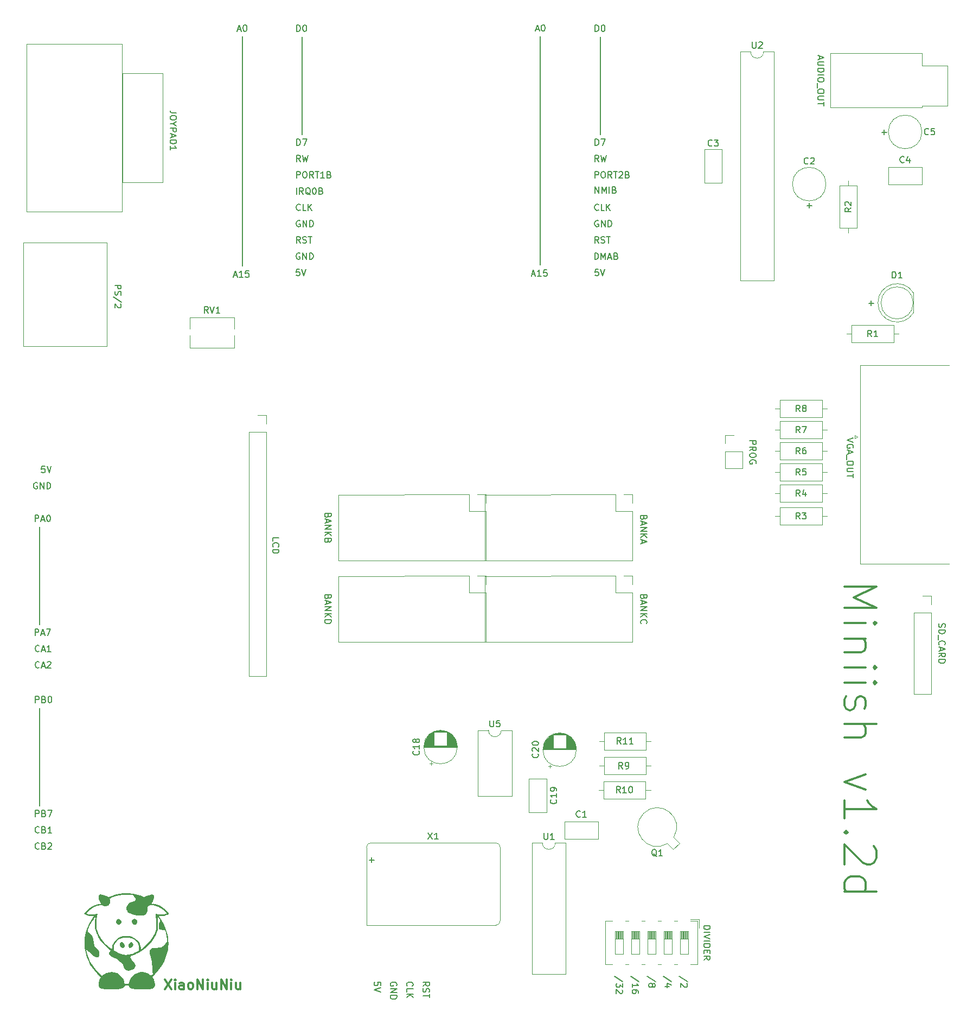
<source format=gbr>
%TF.GenerationSoftware,KiCad,Pcbnew,(6.0.0-rc2-14-ga17a58203b)*%
%TF.CreationDate,2022-06-07T21:36:17+08:00*%
%TF.ProjectId,DaughterDevBoard,44617567-6874-4657-9244-6576426f6172,rev?*%
%TF.SameCoordinates,Original*%
%TF.FileFunction,Legend,Top*%
%TF.FilePolarity,Positive*%
%FSLAX46Y46*%
G04 Gerber Fmt 4.6, Leading zero omitted, Abs format (unit mm)*
G04 Created by KiCad (PCBNEW (6.0.0-rc2-14-ga17a58203b)) date 2022-06-07 21:36:17*
%MOMM*%
%LPD*%
G01*
G04 APERTURE LIST*
%ADD10C,0.150000*%
%ADD11C,0.300000*%
%ADD12C,0.120000*%
G04 APERTURE END LIST*
D10*
X28466572Y-139156000D02*
X28466572Y-154396000D01*
X60086000Y-34390000D02*
X60086000Y-70204000D01*
X28406572Y-110866000D02*
X28406572Y-126106000D01*
X106613000Y-34363000D02*
X106613000Y-70050000D01*
X69432000Y-34412000D02*
X69432000Y-49652000D01*
X116009143Y-34412000D02*
X116009143Y-49652000D01*
X115715714Y-53914380D02*
X115382380Y-53438190D01*
X115144285Y-53914380D02*
X115144285Y-52914380D01*
X115525238Y-52914380D01*
X115620476Y-52962000D01*
X115668095Y-53009619D01*
X115715714Y-53104857D01*
X115715714Y-53247714D01*
X115668095Y-53342952D01*
X115620476Y-53390571D01*
X115525238Y-53438190D01*
X115144285Y-53438190D01*
X116049047Y-52914380D02*
X116287142Y-53914380D01*
X116477619Y-53200095D01*
X116668095Y-53914380D01*
X116906190Y-52914380D01*
X115175904Y-51374380D02*
X115175904Y-50374380D01*
X115414000Y-50374380D01*
X115556857Y-50422000D01*
X115652095Y-50517238D01*
X115699714Y-50612476D01*
X115747333Y-50802952D01*
X115747333Y-50945809D01*
X115699714Y-51136285D01*
X115652095Y-51231523D01*
X115556857Y-51326761D01*
X115414000Y-51374380D01*
X115175904Y-51374380D01*
X116080666Y-50374380D02*
X116747333Y-50374380D01*
X116318761Y-51374380D01*
X85838857Y-182530283D02*
X85791238Y-182482664D01*
X85743619Y-182339807D01*
X85743619Y-182244569D01*
X85791238Y-182101712D01*
X85886476Y-182006474D01*
X85981714Y-181958855D01*
X86172190Y-181911236D01*
X86315047Y-181911236D01*
X86505523Y-181958855D01*
X86600761Y-182006474D01*
X86696000Y-182101712D01*
X86743619Y-182244569D01*
X86743619Y-182339807D01*
X86696000Y-182482664D01*
X86648380Y-182530283D01*
X85743619Y-183435045D02*
X85743619Y-182958855D01*
X86743619Y-182958855D01*
X85743619Y-183768379D02*
X86743619Y-183768379D01*
X85743619Y-184339807D02*
X86315047Y-183911236D01*
X86743619Y-184339807D02*
X86172190Y-183768379D01*
X115672723Y-70694380D02*
X115196533Y-70694380D01*
X115148914Y-71170571D01*
X115196533Y-71122952D01*
X115291771Y-71075333D01*
X115529866Y-71075333D01*
X115625104Y-71122952D01*
X115672723Y-71170571D01*
X115720342Y-71265809D01*
X115720342Y-71503904D01*
X115672723Y-71599142D01*
X115625104Y-71646761D01*
X115529866Y-71694380D01*
X115291771Y-71694380D01*
X115196533Y-71646761D01*
X115148914Y-71599142D01*
X116006057Y-70694380D02*
X116339390Y-71694380D01*
X116672723Y-70694380D01*
X129595238Y-181852380D02*
X128309523Y-180995238D01*
X129452380Y-182138095D02*
X129500000Y-182185714D01*
X129547619Y-182280952D01*
X129547619Y-182519047D01*
X129500000Y-182614285D01*
X129452380Y-182661904D01*
X129357142Y-182709523D01*
X129261904Y-182709523D01*
X129119047Y-182661904D01*
X128547619Y-182090476D01*
X128547619Y-182709523D01*
X58768523Y-71640666D02*
X59244714Y-71640666D01*
X58673285Y-71926380D02*
X59006619Y-70926380D01*
X59339952Y-71926380D01*
X60197095Y-71926380D02*
X59625666Y-71926380D01*
X59911380Y-71926380D02*
X59911380Y-70926380D01*
X59816142Y-71069238D01*
X59720904Y-71164476D01*
X59625666Y-71212095D01*
X61101857Y-70926380D02*
X60625666Y-70926380D01*
X60578047Y-71402571D01*
X60625666Y-71354952D01*
X60720904Y-71307333D01*
X60959000Y-71307333D01*
X61054238Y-71354952D01*
X61101857Y-71402571D01*
X61149476Y-71497809D01*
X61149476Y-71735904D01*
X61101857Y-71831142D01*
X61054238Y-71878761D01*
X60959000Y-71926380D01*
X60720904Y-71926380D01*
X60625666Y-71878761D01*
X60578047Y-71831142D01*
X69090952Y-63122000D02*
X68995714Y-63074380D01*
X68852857Y-63074380D01*
X68709999Y-63122000D01*
X68614761Y-63217238D01*
X68567142Y-63312476D01*
X68519523Y-63502952D01*
X68519523Y-63645809D01*
X68567142Y-63836285D01*
X68614761Y-63931523D01*
X68709999Y-64026761D01*
X68852857Y-64074380D01*
X68948095Y-64074380D01*
X69090952Y-64026761D01*
X69138571Y-63979142D01*
X69138571Y-63645809D01*
X68948095Y-63645809D01*
X69567142Y-64074380D02*
X69567142Y-63074380D01*
X70138571Y-64074380D01*
X70138571Y-63074380D01*
X70614761Y-64074380D02*
X70614761Y-63074380D01*
X70852857Y-63074380D01*
X70995714Y-63122000D01*
X71090952Y-63217238D01*
X71138571Y-63312476D01*
X71186190Y-63502952D01*
X71186190Y-63645809D01*
X71138571Y-63836285D01*
X71090952Y-63931523D01*
X70995714Y-64026761D01*
X70852857Y-64074380D01*
X70614761Y-64074380D01*
X124595238Y-181852380D02*
X123309523Y-180995238D01*
X124119047Y-182328571D02*
X124166666Y-182233333D01*
X124214285Y-182185714D01*
X124309523Y-182138095D01*
X124357142Y-182138095D01*
X124452380Y-182185714D01*
X124500000Y-182233333D01*
X124547619Y-182328571D01*
X124547619Y-182519047D01*
X124500000Y-182614285D01*
X124452380Y-182661904D01*
X124357142Y-182709523D01*
X124309523Y-182709523D01*
X124214285Y-182661904D01*
X124166666Y-182614285D01*
X124119047Y-182519047D01*
X124119047Y-182328571D01*
X124071428Y-182233333D01*
X124023809Y-182185714D01*
X123928571Y-182138095D01*
X123738095Y-182138095D01*
X123642857Y-182185714D01*
X123595238Y-182233333D01*
X123547619Y-182328571D01*
X123547619Y-182519047D01*
X123595238Y-182614285D01*
X123642857Y-182661904D01*
X123738095Y-182709523D01*
X123928571Y-182709523D01*
X124023809Y-182661904D01*
X124071428Y-182614285D01*
X124119047Y-182519047D01*
X28390761Y-130273142D02*
X28343142Y-130320761D01*
X28200285Y-130368380D01*
X28105047Y-130368380D01*
X27962190Y-130320761D01*
X27866952Y-130225523D01*
X27819333Y-130130285D01*
X27771714Y-129939809D01*
X27771714Y-129796952D01*
X27819333Y-129606476D01*
X27866952Y-129511238D01*
X27962190Y-129416000D01*
X28105047Y-129368380D01*
X28200285Y-129368380D01*
X28343142Y-129416000D01*
X28390761Y-129463619D01*
X28771714Y-130082666D02*
X29247904Y-130082666D01*
X28676476Y-130368380D02*
X29009809Y-129368380D01*
X29343142Y-130368380D01*
X30200285Y-130368380D02*
X29628857Y-130368380D01*
X29914571Y-130368380D02*
X29914571Y-129368380D01*
X29819333Y-129511238D01*
X29724095Y-129606476D01*
X29628857Y-129654095D01*
X127095238Y-181852380D02*
X125809523Y-180995238D01*
X126714285Y-182614285D02*
X126047619Y-182614285D01*
X127095238Y-182376190D02*
X126380952Y-182138095D01*
X126380952Y-182757142D01*
X79883047Y-162885428D02*
X80644952Y-162885428D01*
X80264000Y-163266380D02*
X80264000Y-162504476D01*
X115715714Y-61439142D02*
X115668095Y-61486761D01*
X115525238Y-61534380D01*
X115430000Y-61534380D01*
X115287143Y-61486761D01*
X115191905Y-61391523D01*
X115144286Y-61296285D01*
X115096667Y-61105809D01*
X115096667Y-60962952D01*
X115144286Y-60772476D01*
X115191905Y-60677238D01*
X115287143Y-60582000D01*
X115430000Y-60534380D01*
X115525238Y-60534380D01*
X115668095Y-60582000D01*
X115715714Y-60629619D01*
X116620476Y-61534380D02*
X116144286Y-61534380D01*
X116144286Y-60534380D01*
X116953810Y-61534380D02*
X116953810Y-60534380D01*
X117525238Y-61534380D02*
X117096667Y-60962952D01*
X117525238Y-60534380D02*
X116953810Y-61105809D01*
X69138571Y-66614380D02*
X68805238Y-66138190D01*
X68567143Y-66614380D02*
X68567143Y-65614380D01*
X68948095Y-65614380D01*
X69043333Y-65662000D01*
X69090952Y-65709619D01*
X69138571Y-65804857D01*
X69138571Y-65947714D01*
X69090952Y-66042952D01*
X69043333Y-66090571D01*
X68948095Y-66138190D01*
X68567143Y-66138190D01*
X69519524Y-66566761D02*
X69662381Y-66614380D01*
X69900476Y-66614380D01*
X69995714Y-66566761D01*
X70043333Y-66519142D01*
X70090952Y-66423904D01*
X70090952Y-66328666D01*
X70043333Y-66233428D01*
X69995714Y-66185809D01*
X69900476Y-66138190D01*
X69710000Y-66090571D01*
X69614762Y-66042952D01*
X69567143Y-65995333D01*
X69519524Y-65900095D01*
X69519524Y-65804857D01*
X69567143Y-65709619D01*
X69614762Y-65662000D01*
X69710000Y-65614380D01*
X69948095Y-65614380D01*
X70090952Y-65662000D01*
X70376667Y-65614380D02*
X70948095Y-65614380D01*
X70662381Y-66614380D02*
X70662381Y-65614380D01*
X27747905Y-110048380D02*
X27747905Y-109048380D01*
X28128857Y-109048380D01*
X28224095Y-109096000D01*
X28271714Y-109143619D01*
X28319333Y-109238857D01*
X28319333Y-109381714D01*
X28271714Y-109476952D01*
X28224095Y-109524571D01*
X28128857Y-109572190D01*
X27747905Y-109572190D01*
X28700286Y-109762666D02*
X29176476Y-109762666D01*
X28605048Y-110048380D02*
X28938381Y-109048380D01*
X29271714Y-110048380D01*
X29795524Y-109048380D02*
X29890762Y-109048380D01*
X29986000Y-109096000D01*
X30033619Y-109143619D01*
X30081238Y-109238857D01*
X30128857Y-109429333D01*
X30128857Y-109667428D01*
X30081238Y-109857904D01*
X30033619Y-109953142D01*
X29986000Y-110000761D01*
X29890762Y-110048380D01*
X29795524Y-110048380D01*
X29700286Y-110000761D01*
X29652667Y-109953142D01*
X29605048Y-109857904D01*
X29557429Y-109667428D01*
X29557429Y-109429333D01*
X29605048Y-109238857D01*
X29652667Y-109143619D01*
X29700286Y-109096000D01*
X29795524Y-109048380D01*
X69138571Y-61439142D02*
X69090952Y-61486761D01*
X68948095Y-61534380D01*
X68852857Y-61534380D01*
X68710000Y-61486761D01*
X68614762Y-61391523D01*
X68567143Y-61296285D01*
X68519524Y-61105809D01*
X68519524Y-60962952D01*
X68567143Y-60772476D01*
X68614762Y-60677238D01*
X68710000Y-60582000D01*
X68852857Y-60534380D01*
X68948095Y-60534380D01*
X69090952Y-60582000D01*
X69138571Y-60629619D01*
X70043333Y-61534380D02*
X69567143Y-61534380D01*
X69567143Y-60534380D01*
X70376667Y-61534380D02*
X70376667Y-60534380D01*
X70948095Y-61534380D02*
X70519524Y-60962952D01*
X70948095Y-60534380D02*
X70376667Y-61105809D01*
X69138571Y-53914380D02*
X68805237Y-53438190D01*
X68567142Y-53914380D02*
X68567142Y-52914380D01*
X68948095Y-52914380D01*
X69043333Y-52962000D01*
X69090952Y-53009619D01*
X69138571Y-53104857D01*
X69138571Y-53247714D01*
X69090952Y-53342952D01*
X69043333Y-53390571D01*
X68948095Y-53438190D01*
X68567142Y-53438190D01*
X69471904Y-52914380D02*
X69709999Y-53914380D01*
X69900476Y-53200095D01*
X70090952Y-53914380D01*
X70329047Y-52914380D01*
X29264571Y-101428380D02*
X28788381Y-101428380D01*
X28740762Y-101904571D01*
X28788381Y-101856952D01*
X28883619Y-101809333D01*
X29121714Y-101809333D01*
X29216952Y-101856952D01*
X29264571Y-101904571D01*
X29312190Y-101999809D01*
X29312190Y-102237904D01*
X29264571Y-102333142D01*
X29216952Y-102380761D01*
X29121714Y-102428380D01*
X28883619Y-102428380D01*
X28788381Y-102380761D01*
X28740762Y-102333142D01*
X29597905Y-101428380D02*
X29931238Y-102428380D01*
X30264571Y-101428380D01*
X148209047Y-60777428D02*
X148970952Y-60777428D01*
X148590000Y-61158380D02*
X148590000Y-60396476D01*
X27747905Y-127828380D02*
X27747905Y-126828380D01*
X28128857Y-126828380D01*
X28224095Y-126876000D01*
X28271714Y-126923619D01*
X28319333Y-127018857D01*
X28319333Y-127161714D01*
X28271714Y-127256952D01*
X28224095Y-127304571D01*
X28128857Y-127352190D01*
X27747905Y-127352190D01*
X28700286Y-127542666D02*
X29176476Y-127542666D01*
X28605048Y-127828380D02*
X28938381Y-126828380D01*
X29271714Y-127828380D01*
X29509810Y-126828380D02*
X30176476Y-126828380D01*
X29747905Y-127828380D01*
X68567143Y-58994380D02*
X68567143Y-57994380D01*
X69614762Y-58994380D02*
X69281428Y-58518190D01*
X69043333Y-58994380D02*
X69043333Y-57994380D01*
X69424285Y-57994380D01*
X69519523Y-58042000D01*
X69567143Y-58089619D01*
X69614762Y-58184857D01*
X69614762Y-58327714D01*
X69567143Y-58422952D01*
X69519523Y-58470571D01*
X69424285Y-58518190D01*
X69043333Y-58518190D01*
X70710000Y-59089619D02*
X70614762Y-59042000D01*
X70519523Y-58946761D01*
X70376666Y-58803904D01*
X70281428Y-58756285D01*
X70186190Y-58756285D01*
X70233809Y-58994380D02*
X70138571Y-58946761D01*
X70043333Y-58851523D01*
X69995714Y-58661047D01*
X69995714Y-58327714D01*
X70043333Y-58137238D01*
X70138571Y-58042000D01*
X70233809Y-57994380D01*
X70424285Y-57994380D01*
X70519523Y-58042000D01*
X70614762Y-58137238D01*
X70662381Y-58327714D01*
X70662381Y-58661047D01*
X70614762Y-58851523D01*
X70519523Y-58946761D01*
X70424285Y-58994380D01*
X70233809Y-58994380D01*
X71281428Y-57994380D02*
X71376666Y-57994380D01*
X71471904Y-58042000D01*
X71519523Y-58089619D01*
X71567143Y-58184857D01*
X71614762Y-58375333D01*
X71614762Y-58613428D01*
X71567143Y-58803904D01*
X71519523Y-58899142D01*
X71471904Y-58946761D01*
X71376666Y-58994380D01*
X71281428Y-58994380D01*
X71186190Y-58946761D01*
X71138571Y-58899142D01*
X71090952Y-58803904D01*
X71043333Y-58613428D01*
X71043333Y-58375333D01*
X71090952Y-58184857D01*
X71138571Y-58089619D01*
X71186190Y-58042000D01*
X71281428Y-57994380D01*
X72376666Y-58470571D02*
X72519523Y-58518190D01*
X72567143Y-58565809D01*
X72614762Y-58661047D01*
X72614762Y-58803904D01*
X72567143Y-58899142D01*
X72519523Y-58946761D01*
X72424285Y-58994380D01*
X72043333Y-58994380D01*
X72043333Y-57994380D01*
X72376666Y-57994380D01*
X72471904Y-58042000D01*
X72519523Y-58089619D01*
X72567143Y-58184857D01*
X72567143Y-58280095D01*
X72519523Y-58375333D01*
X72471904Y-58422952D01*
X72376666Y-58470571D01*
X72043333Y-58470571D01*
X28074095Y-104016000D02*
X27978857Y-103968380D01*
X27836000Y-103968380D01*
X27693142Y-104016000D01*
X27597904Y-104111238D01*
X27550285Y-104206476D01*
X27502666Y-104396952D01*
X27502666Y-104539809D01*
X27550285Y-104730285D01*
X27597904Y-104825523D01*
X27693142Y-104920761D01*
X27836000Y-104968380D01*
X27931238Y-104968380D01*
X28074095Y-104920761D01*
X28121714Y-104873142D01*
X28121714Y-104539809D01*
X27931238Y-104539809D01*
X28550285Y-104968380D02*
X28550285Y-103968380D01*
X29121714Y-104968380D01*
X29121714Y-103968380D01*
X29597904Y-104968380D02*
X29597904Y-103968380D01*
X29836000Y-103968380D01*
X29978857Y-104016000D01*
X30074095Y-104111238D01*
X30121714Y-104206476D01*
X30169333Y-104396952D01*
X30169333Y-104539809D01*
X30121714Y-104730285D01*
X30074095Y-104825523D01*
X29978857Y-104920761D01*
X29836000Y-104968380D01*
X29597904Y-104968380D01*
X68567142Y-56454380D02*
X68567142Y-55454380D01*
X68948095Y-55454380D01*
X69043333Y-55502000D01*
X69090952Y-55549619D01*
X69138571Y-55644857D01*
X69138571Y-55787714D01*
X69090952Y-55882952D01*
X69043333Y-55930571D01*
X68948095Y-55978190D01*
X68567142Y-55978190D01*
X69757619Y-55454380D02*
X69948095Y-55454380D01*
X70043333Y-55502000D01*
X70138571Y-55597238D01*
X70186190Y-55787714D01*
X70186190Y-56121047D01*
X70138571Y-56311523D01*
X70043333Y-56406761D01*
X69948095Y-56454380D01*
X69757619Y-56454380D01*
X69662380Y-56406761D01*
X69567142Y-56311523D01*
X69519523Y-56121047D01*
X69519523Y-55787714D01*
X69567142Y-55597238D01*
X69662380Y-55502000D01*
X69757619Y-55454380D01*
X71186190Y-56454380D02*
X70852857Y-55978190D01*
X70614761Y-56454380D02*
X70614761Y-55454380D01*
X70995714Y-55454380D01*
X71090952Y-55502000D01*
X71138571Y-55549619D01*
X71186190Y-55644857D01*
X71186190Y-55787714D01*
X71138571Y-55882952D01*
X71090952Y-55930571D01*
X70995714Y-55978190D01*
X70614761Y-55978190D01*
X71471904Y-55454380D02*
X72043333Y-55454380D01*
X71757619Y-56454380D02*
X71757619Y-55454380D01*
X72900476Y-56454380D02*
X72329047Y-56454380D01*
X72614761Y-56454380D02*
X72614761Y-55454380D01*
X72519523Y-55597238D01*
X72424285Y-55692476D01*
X72329047Y-55740095D01*
X73662380Y-55930571D02*
X73805238Y-55978190D01*
X73852857Y-56025809D01*
X73900476Y-56121047D01*
X73900476Y-56263904D01*
X73852857Y-56359142D01*
X73805238Y-56406761D01*
X73710000Y-56454380D01*
X73329047Y-56454380D01*
X73329047Y-55454380D01*
X73662380Y-55454380D01*
X73757619Y-55502000D01*
X73805238Y-55549619D01*
X73852857Y-55644857D01*
X73852857Y-55740095D01*
X73805238Y-55835333D01*
X73757619Y-55882952D01*
X73662380Y-55930571D01*
X73329047Y-55930571D01*
X115144285Y-56454380D02*
X115144285Y-55454380D01*
X115525238Y-55454380D01*
X115620476Y-55502000D01*
X115668095Y-55549619D01*
X115715714Y-55644857D01*
X115715714Y-55787714D01*
X115668095Y-55882952D01*
X115620476Y-55930571D01*
X115525238Y-55978190D01*
X115144285Y-55978190D01*
X116334762Y-55454380D02*
X116525238Y-55454380D01*
X116620476Y-55502000D01*
X116715714Y-55597238D01*
X116763333Y-55787714D01*
X116763333Y-56121047D01*
X116715714Y-56311523D01*
X116620476Y-56406761D01*
X116525238Y-56454380D01*
X116334762Y-56454380D01*
X116239523Y-56406761D01*
X116144285Y-56311523D01*
X116096666Y-56121047D01*
X116096666Y-55787714D01*
X116144285Y-55597238D01*
X116239523Y-55502000D01*
X116334762Y-55454380D01*
X117763333Y-56454380D02*
X117430000Y-55978190D01*
X117191904Y-56454380D02*
X117191904Y-55454380D01*
X117572857Y-55454380D01*
X117668095Y-55502000D01*
X117715714Y-55549619D01*
X117763333Y-55644857D01*
X117763333Y-55787714D01*
X117715714Y-55882952D01*
X117668095Y-55930571D01*
X117572857Y-55978190D01*
X117191904Y-55978190D01*
X118049047Y-55454380D02*
X118620476Y-55454380D01*
X118334762Y-56454380D02*
X118334762Y-55454380D01*
X118906190Y-55549619D02*
X118953809Y-55502000D01*
X119049047Y-55454380D01*
X119287143Y-55454380D01*
X119382381Y-55502000D01*
X119430000Y-55549619D01*
X119477619Y-55644857D01*
X119477619Y-55740095D01*
X119430000Y-55882952D01*
X118858571Y-56454380D01*
X119477619Y-56454380D01*
X120239523Y-55930571D02*
X120382381Y-55978190D01*
X120430000Y-56025809D01*
X120477619Y-56121047D01*
X120477619Y-56263904D01*
X120430000Y-56359142D01*
X120382381Y-56406761D01*
X120287143Y-56454380D01*
X119906190Y-56454380D01*
X119906190Y-55454380D01*
X120239523Y-55454380D01*
X120334762Y-55502000D01*
X120382381Y-55549619D01*
X120430000Y-55644857D01*
X120430000Y-55740095D01*
X120382381Y-55835333D01*
X120334762Y-55882952D01*
X120239523Y-55930571D01*
X119906190Y-55930571D01*
X105295523Y-71486666D02*
X105771714Y-71486666D01*
X105200285Y-71772380D02*
X105533619Y-70772380D01*
X105866952Y-71772380D01*
X106724095Y-71772380D02*
X106152666Y-71772380D01*
X106438380Y-71772380D02*
X106438380Y-70772380D01*
X106343142Y-70915238D01*
X106247904Y-71010476D01*
X106152666Y-71058095D01*
X107628857Y-70772380D02*
X107152666Y-70772380D01*
X107105047Y-71248571D01*
X107152666Y-71200952D01*
X107247904Y-71153333D01*
X107486000Y-71153333D01*
X107581238Y-71200952D01*
X107628857Y-71248571D01*
X107676476Y-71343809D01*
X107676476Y-71581904D01*
X107628857Y-71677142D01*
X107581238Y-71724761D01*
X107486000Y-71772380D01*
X107247904Y-71772380D01*
X107152666Y-71724761D01*
X107105047Y-71677142D01*
X119495238Y-181876190D02*
X118209523Y-181019047D01*
X119447619Y-182114285D02*
X119447619Y-182733333D01*
X119066666Y-182400000D01*
X119066666Y-182542857D01*
X119019047Y-182638095D01*
X118971428Y-182685714D01*
X118876190Y-182733333D01*
X118638095Y-182733333D01*
X118542857Y-182685714D01*
X118495238Y-182638095D01*
X118447619Y-182542857D01*
X118447619Y-182257142D01*
X118495238Y-182161904D01*
X118542857Y-182114285D01*
X119352380Y-183114285D02*
X119400000Y-183161904D01*
X119447619Y-183257142D01*
X119447619Y-183495238D01*
X119400000Y-183590476D01*
X119352380Y-183638095D01*
X119257142Y-183685714D01*
X119161904Y-183685714D01*
X119019047Y-183638095D01*
X118447619Y-183066666D01*
X118447619Y-183685714D01*
X69076495Y-68202000D02*
X68981257Y-68154380D01*
X68838400Y-68154380D01*
X68695542Y-68202000D01*
X68600304Y-68297238D01*
X68552685Y-68392476D01*
X68505066Y-68582952D01*
X68505066Y-68725809D01*
X68552685Y-68916285D01*
X68600304Y-69011523D01*
X68695542Y-69106761D01*
X68838400Y-69154380D01*
X68933638Y-69154380D01*
X69076495Y-69106761D01*
X69124114Y-69059142D01*
X69124114Y-68725809D01*
X68933638Y-68725809D01*
X69552685Y-69154380D02*
X69552685Y-68154380D01*
X70124114Y-69154380D01*
X70124114Y-68154380D01*
X70600304Y-69154380D02*
X70600304Y-68154380D01*
X70838400Y-68154380D01*
X70981257Y-68202000D01*
X71076495Y-68297238D01*
X71124114Y-68392476D01*
X71171733Y-68582952D01*
X71171733Y-68725809D01*
X71124114Y-68916285D01*
X71076495Y-69011523D01*
X70981257Y-69106761D01*
X70838400Y-69154380D01*
X70600304Y-69154380D01*
X159893047Y-49347428D02*
X160654952Y-49347428D01*
X160274000Y-49728380D02*
X160274000Y-48966476D01*
X115668095Y-63122000D02*
X115572857Y-63074380D01*
X115430000Y-63074380D01*
X115287142Y-63122000D01*
X115191904Y-63217238D01*
X115144285Y-63312476D01*
X115096666Y-63502952D01*
X115096666Y-63645809D01*
X115144285Y-63836285D01*
X115191904Y-63931523D01*
X115287142Y-64026761D01*
X115430000Y-64074380D01*
X115525238Y-64074380D01*
X115668095Y-64026761D01*
X115715714Y-63979142D01*
X115715714Y-63645809D01*
X115525238Y-63645809D01*
X116144285Y-64074380D02*
X116144285Y-63074380D01*
X116715714Y-64074380D01*
X116715714Y-63074380D01*
X117191904Y-64074380D02*
X117191904Y-63074380D01*
X117430000Y-63074380D01*
X117572857Y-63122000D01*
X117668095Y-63217238D01*
X117715714Y-63312476D01*
X117763333Y-63502952D01*
X117763333Y-63645809D01*
X117715714Y-63836285D01*
X117668095Y-63931523D01*
X117572857Y-64026761D01*
X117430000Y-64074380D01*
X117191904Y-64074380D01*
X28390761Y-132813142D02*
X28343142Y-132860761D01*
X28200285Y-132908380D01*
X28105047Y-132908380D01*
X27962190Y-132860761D01*
X27866952Y-132765523D01*
X27819333Y-132670285D01*
X27771714Y-132479809D01*
X27771714Y-132336952D01*
X27819333Y-132146476D01*
X27866952Y-132051238D01*
X27962190Y-131956000D01*
X28105047Y-131908380D01*
X28200285Y-131908380D01*
X28343142Y-131956000D01*
X28390761Y-132003619D01*
X28771714Y-132622666D02*
X29247904Y-132622666D01*
X28676476Y-132908380D02*
X29009809Y-131908380D01*
X29343142Y-132908380D01*
X29628857Y-132003619D02*
X29676476Y-131956000D01*
X29771714Y-131908380D01*
X30009809Y-131908380D01*
X30105047Y-131956000D01*
X30152666Y-132003619D01*
X30200285Y-132098857D01*
X30200285Y-132194095D01*
X30152666Y-132336952D01*
X29581238Y-132908380D01*
X30200285Y-132908380D01*
X27807904Y-156118380D02*
X27807904Y-155118380D01*
X28188857Y-155118380D01*
X28284095Y-155166000D01*
X28331714Y-155213619D01*
X28379333Y-155308857D01*
X28379333Y-155451714D01*
X28331714Y-155546952D01*
X28284095Y-155594571D01*
X28188857Y-155642190D01*
X27807904Y-155642190D01*
X29141238Y-155594571D02*
X29284095Y-155642190D01*
X29331714Y-155689809D01*
X29379333Y-155785047D01*
X29379333Y-155927904D01*
X29331714Y-156023142D01*
X29284095Y-156070761D01*
X29188857Y-156118380D01*
X28807904Y-156118380D01*
X28807904Y-155118380D01*
X29141238Y-155118380D01*
X29236476Y-155166000D01*
X29284095Y-155213619D01*
X29331714Y-155308857D01*
X29331714Y-155404095D01*
X29284095Y-155499333D01*
X29236476Y-155546952D01*
X29141238Y-155594571D01*
X28807904Y-155594571D01*
X29712666Y-155118380D02*
X30379333Y-155118380D01*
X29950761Y-156118380D01*
X68598761Y-51374380D02*
X68598761Y-50374380D01*
X68836857Y-50374380D01*
X68979714Y-50422000D01*
X69074952Y-50517238D01*
X69122571Y-50612476D01*
X69170190Y-50802952D01*
X69170190Y-50945809D01*
X69122571Y-51136285D01*
X69074952Y-51231523D01*
X68979714Y-51326761D01*
X68836857Y-51374380D01*
X68598761Y-51374380D01*
X69503523Y-50374380D02*
X70170190Y-50374380D01*
X69741618Y-51374380D01*
X69038323Y-70694380D02*
X68562133Y-70694380D01*
X68514514Y-71170571D01*
X68562133Y-71122952D01*
X68657371Y-71075333D01*
X68895466Y-71075333D01*
X68990704Y-71122952D01*
X69038323Y-71170571D01*
X69085942Y-71265809D01*
X69085942Y-71503904D01*
X69038323Y-71599142D01*
X68990704Y-71646761D01*
X68895466Y-71694380D01*
X68657371Y-71694380D01*
X68562133Y-71646761D01*
X68514514Y-71599142D01*
X69371657Y-70694380D02*
X69704990Y-71694380D01*
X70038323Y-70694380D01*
X121995238Y-181876190D02*
X120709523Y-181019047D01*
X120947619Y-182733333D02*
X120947619Y-182161904D01*
X120947619Y-182447619D02*
X121947619Y-182447619D01*
X121804761Y-182352380D01*
X121709523Y-182257142D01*
X121661904Y-182161904D01*
X121947619Y-183590476D02*
X121947619Y-183400000D01*
X121900000Y-183304761D01*
X121852380Y-183257142D01*
X121709523Y-183161904D01*
X121519047Y-183114285D01*
X121138095Y-183114285D01*
X121042857Y-183161904D01*
X120995238Y-183209523D01*
X120947619Y-183304761D01*
X120947619Y-183495238D01*
X120995238Y-183590476D01*
X121042857Y-183638095D01*
X121138095Y-183685714D01*
X121376190Y-183685714D01*
X121471428Y-183638095D01*
X121519047Y-183590476D01*
X121566666Y-183495238D01*
X121566666Y-183304761D01*
X121519047Y-183209523D01*
X121471428Y-183161904D01*
X121376190Y-183114285D01*
X28379333Y-158563142D02*
X28331714Y-158610761D01*
X28188857Y-158658380D01*
X28093619Y-158658380D01*
X27950761Y-158610761D01*
X27855523Y-158515523D01*
X27807904Y-158420285D01*
X27760285Y-158229809D01*
X27760285Y-158086952D01*
X27807904Y-157896476D01*
X27855523Y-157801238D01*
X27950761Y-157706000D01*
X28093619Y-157658380D01*
X28188857Y-157658380D01*
X28331714Y-157706000D01*
X28379333Y-157753619D01*
X29141238Y-158134571D02*
X29284095Y-158182190D01*
X29331714Y-158229809D01*
X29379333Y-158325047D01*
X29379333Y-158467904D01*
X29331714Y-158563142D01*
X29284095Y-158610761D01*
X29188857Y-158658380D01*
X28807904Y-158658380D01*
X28807904Y-157658380D01*
X29141238Y-157658380D01*
X29236476Y-157706000D01*
X29284095Y-157753619D01*
X29331714Y-157848857D01*
X29331714Y-157944095D01*
X29284095Y-158039333D01*
X29236476Y-158086952D01*
X29141238Y-158134571D01*
X28807904Y-158134571D01*
X30331714Y-158658380D02*
X29760285Y-158658380D01*
X30046000Y-158658380D02*
X30046000Y-157658380D01*
X29950761Y-157801238D01*
X29855523Y-157896476D01*
X29760285Y-157944095D01*
X157861047Y-76017428D02*
X158622952Y-76017428D01*
X158242000Y-76398380D02*
X158242000Y-75636476D01*
D11*
X154100495Y-120208476D02*
X159100495Y-120208476D01*
X155529066Y-121875142D01*
X159100495Y-123541809D01*
X154100495Y-123541809D01*
X154100495Y-125922761D02*
X157433828Y-125922761D01*
X159100495Y-125922761D02*
X158862400Y-125684666D01*
X158624304Y-125922761D01*
X158862400Y-126160857D01*
X159100495Y-125922761D01*
X158624304Y-125922761D01*
X157433828Y-128303714D02*
X154100495Y-128303714D01*
X156957638Y-128303714D02*
X157195733Y-128541809D01*
X157433828Y-129018000D01*
X157433828Y-129732285D01*
X157195733Y-130208476D01*
X156719542Y-130446571D01*
X154100495Y-130446571D01*
X154100495Y-132827523D02*
X157433828Y-132827523D01*
X159100495Y-132827523D02*
X158862400Y-132589428D01*
X158624304Y-132827523D01*
X158862400Y-133065619D01*
X159100495Y-132827523D01*
X158624304Y-132827523D01*
X154100495Y-135208476D02*
X157433828Y-135208476D01*
X159100495Y-135208476D02*
X158862400Y-134970380D01*
X158624304Y-135208476D01*
X158862400Y-135446571D01*
X159100495Y-135208476D01*
X158624304Y-135208476D01*
X154338590Y-137351333D02*
X154100495Y-137827523D01*
X154100495Y-138779904D01*
X154338590Y-139256095D01*
X154814780Y-139494190D01*
X155052876Y-139494190D01*
X155529066Y-139256095D01*
X155767161Y-138779904D01*
X155767161Y-138065619D01*
X156005257Y-137589428D01*
X156481447Y-137351333D01*
X156719542Y-137351333D01*
X157195733Y-137589428D01*
X157433828Y-138065619D01*
X157433828Y-138779904D01*
X157195733Y-139256095D01*
X154100495Y-141637047D02*
X159100495Y-141637047D01*
X154100495Y-143779904D02*
X156719542Y-143779904D01*
X157195733Y-143541809D01*
X157433828Y-143065619D01*
X157433828Y-142351333D01*
X157195733Y-141875142D01*
X156957638Y-141637047D01*
X157433828Y-149494190D02*
X154100495Y-150684666D01*
X157433828Y-151875142D01*
X154100495Y-156398952D02*
X154100495Y-153541809D01*
X154100495Y-154970380D02*
X159100495Y-154970380D01*
X158386209Y-154494190D01*
X157910019Y-154018000D01*
X157671923Y-153541809D01*
X154576685Y-158541809D02*
X154338590Y-158779904D01*
X154100495Y-158541809D01*
X154338590Y-158303714D01*
X154576685Y-158541809D01*
X154100495Y-158541809D01*
X158624304Y-160684666D02*
X158862400Y-160922761D01*
X159100495Y-161398952D01*
X159100495Y-162589428D01*
X158862400Y-163065619D01*
X158624304Y-163303714D01*
X158148114Y-163541809D01*
X157671923Y-163541809D01*
X156957638Y-163303714D01*
X154100495Y-160446571D01*
X154100495Y-163541809D01*
X154100495Y-167827523D02*
X159100495Y-167827523D01*
X154338590Y-167827523D02*
X154100495Y-167351333D01*
X154100495Y-166398952D01*
X154338590Y-165922761D01*
X154576685Y-165684666D01*
X155052876Y-165446571D01*
X156481447Y-165446571D01*
X156957638Y-165684666D01*
X157195733Y-165922761D01*
X157433828Y-166398952D01*
X157433828Y-167351333D01*
X157195733Y-167827523D01*
D10*
X105898714Y-33259666D02*
X106374904Y-33259666D01*
X105803476Y-33545380D02*
X106136809Y-32545380D01*
X106470142Y-33545380D01*
X106993952Y-32545380D02*
X107089190Y-32545380D01*
X107184428Y-32593000D01*
X107232047Y-32640619D01*
X107279666Y-32735857D01*
X107327285Y-32926333D01*
X107327285Y-33164428D01*
X107279666Y-33354904D01*
X107232047Y-33450142D01*
X107184428Y-33497761D01*
X107089190Y-33545380D01*
X106993952Y-33545380D01*
X106898714Y-33497761D01*
X106851095Y-33450142D01*
X106803476Y-33354904D01*
X106755857Y-33164428D01*
X106755857Y-32926333D01*
X106803476Y-32735857D01*
X106851095Y-32640619D01*
X106898714Y-32593000D01*
X106993952Y-32545380D01*
X115715714Y-66614380D02*
X115382381Y-66138190D01*
X115144286Y-66614380D02*
X115144286Y-65614380D01*
X115525238Y-65614380D01*
X115620476Y-65662000D01*
X115668095Y-65709619D01*
X115715714Y-65804857D01*
X115715714Y-65947714D01*
X115668095Y-66042952D01*
X115620476Y-66090571D01*
X115525238Y-66138190D01*
X115144286Y-66138190D01*
X116096667Y-66566761D02*
X116239524Y-66614380D01*
X116477619Y-66614380D01*
X116572857Y-66566761D01*
X116620476Y-66519142D01*
X116668095Y-66423904D01*
X116668095Y-66328666D01*
X116620476Y-66233428D01*
X116572857Y-66185809D01*
X116477619Y-66138190D01*
X116287143Y-66090571D01*
X116191905Y-66042952D01*
X116144286Y-65995333D01*
X116096667Y-65900095D01*
X116096667Y-65804857D01*
X116144286Y-65709619D01*
X116191905Y-65662000D01*
X116287143Y-65614380D01*
X116525238Y-65614380D01*
X116668095Y-65662000D01*
X116953810Y-65614380D02*
X117525238Y-65614380D01*
X117239524Y-66614380D02*
X117239524Y-65614380D01*
X68598761Y-33594380D02*
X68598761Y-32594380D01*
X68836857Y-32594380D01*
X68979714Y-32642000D01*
X69074952Y-32737238D01*
X69122571Y-32832476D01*
X69170190Y-33022952D01*
X69170190Y-33165809D01*
X69122571Y-33356285D01*
X69074952Y-33451523D01*
X68979714Y-33546761D01*
X68836857Y-33594380D01*
X68598761Y-33594380D01*
X69789237Y-32594380D02*
X69884476Y-32594380D01*
X69979714Y-32642000D01*
X70027333Y-32689619D01*
X70074952Y-32784857D01*
X70122571Y-32975333D01*
X70122571Y-33213428D01*
X70074952Y-33403904D01*
X70027333Y-33499142D01*
X69979714Y-33546761D01*
X69884476Y-33594380D01*
X69789237Y-33594380D01*
X69693999Y-33546761D01*
X69646380Y-33499142D01*
X69598761Y-33403904D01*
X69551142Y-33213428D01*
X69551142Y-32975333D01*
X69598761Y-32784857D01*
X69646380Y-32689619D01*
X69693999Y-32642000D01*
X69789237Y-32594380D01*
X115117295Y-69154380D02*
X115117295Y-68154380D01*
X115355390Y-68154380D01*
X115498247Y-68202000D01*
X115593485Y-68297238D01*
X115641104Y-68392476D01*
X115688723Y-68582952D01*
X115688723Y-68725809D01*
X115641104Y-68916285D01*
X115593485Y-69011523D01*
X115498247Y-69106761D01*
X115355390Y-69154380D01*
X115117295Y-69154380D01*
X116117295Y-69154380D02*
X116117295Y-68154380D01*
X116450628Y-68868666D01*
X116783961Y-68154380D01*
X116783961Y-69154380D01*
X117212533Y-68868666D02*
X117688723Y-68868666D01*
X117117295Y-69154380D02*
X117450628Y-68154380D01*
X117783961Y-69154380D01*
X118450628Y-68630571D02*
X118593485Y-68678190D01*
X118641104Y-68725809D01*
X118688723Y-68821047D01*
X118688723Y-68963904D01*
X118641104Y-69059142D01*
X118593485Y-69106761D01*
X118498247Y-69154380D01*
X118117295Y-69154380D01*
X118117295Y-68154380D01*
X118450628Y-68154380D01*
X118545866Y-68202000D01*
X118593485Y-68249619D01*
X118641104Y-68344857D01*
X118641104Y-68440095D01*
X118593485Y-68535333D01*
X118545866Y-68582952D01*
X118450628Y-68630571D01*
X118117295Y-68630571D01*
X81663619Y-182435045D02*
X81663619Y-181958855D01*
X81187428Y-181911236D01*
X81235047Y-181958855D01*
X81282666Y-182054093D01*
X81282666Y-182292188D01*
X81235047Y-182387426D01*
X81187428Y-182435045D01*
X81092190Y-182482664D01*
X80854095Y-182482664D01*
X80758857Y-182435045D01*
X80711238Y-182387426D01*
X80663619Y-182292188D01*
X80663619Y-182054093D01*
X80711238Y-181958855D01*
X80758857Y-181911236D01*
X81663619Y-182768379D02*
X80663619Y-183101712D01*
X81663619Y-183435045D01*
X88283619Y-182530283D02*
X88759809Y-182196950D01*
X88283619Y-181958855D02*
X89283619Y-181958855D01*
X89283619Y-182339807D01*
X89236000Y-182435045D01*
X89188380Y-182482664D01*
X89093142Y-182530283D01*
X88950285Y-182530283D01*
X88855047Y-182482664D01*
X88807428Y-182435045D01*
X88759809Y-182339807D01*
X88759809Y-181958855D01*
X88331238Y-182911236D02*
X88283619Y-183054093D01*
X88283619Y-183292188D01*
X88331238Y-183387426D01*
X88378857Y-183435045D01*
X88474095Y-183482664D01*
X88569333Y-183482664D01*
X88664571Y-183435045D01*
X88712190Y-183387426D01*
X88759809Y-183292188D01*
X88807428Y-183101712D01*
X88855047Y-183006474D01*
X88902666Y-182958855D01*
X88997904Y-182911236D01*
X89093142Y-182911236D01*
X89188380Y-182958855D01*
X89236000Y-183006474D01*
X89283619Y-183101712D01*
X89283619Y-183339807D01*
X89236000Y-183482664D01*
X89283619Y-183768379D02*
X89283619Y-184339807D01*
X88283619Y-184054093D02*
X89283619Y-184054093D01*
X28379333Y-161103142D02*
X28331714Y-161150761D01*
X28188857Y-161198380D01*
X28093619Y-161198380D01*
X27950761Y-161150761D01*
X27855523Y-161055523D01*
X27807904Y-160960285D01*
X27760285Y-160769809D01*
X27760285Y-160626952D01*
X27807904Y-160436476D01*
X27855523Y-160341238D01*
X27950761Y-160246000D01*
X28093619Y-160198380D01*
X28188857Y-160198380D01*
X28331714Y-160246000D01*
X28379333Y-160293619D01*
X29141238Y-160674571D02*
X29284095Y-160722190D01*
X29331714Y-160769809D01*
X29379333Y-160865047D01*
X29379333Y-161007904D01*
X29331714Y-161103142D01*
X29284095Y-161150761D01*
X29188857Y-161198380D01*
X28807904Y-161198380D01*
X28807904Y-160198380D01*
X29141238Y-160198380D01*
X29236476Y-160246000D01*
X29284095Y-160293619D01*
X29331714Y-160388857D01*
X29331714Y-160484095D01*
X29284095Y-160579333D01*
X29236476Y-160626952D01*
X29141238Y-160674571D01*
X28807904Y-160674571D01*
X29760285Y-160293619D02*
X29807904Y-160246000D01*
X29903142Y-160198380D01*
X30141238Y-160198380D01*
X30236476Y-160246000D01*
X30284095Y-160293619D01*
X30331714Y-160388857D01*
X30331714Y-160484095D01*
X30284095Y-160626952D01*
X29712666Y-161198380D01*
X30331714Y-161198380D01*
X27807904Y-138338380D02*
X27807904Y-137338380D01*
X28188857Y-137338380D01*
X28284095Y-137386000D01*
X28331714Y-137433619D01*
X28379333Y-137528857D01*
X28379333Y-137671714D01*
X28331714Y-137766952D01*
X28284095Y-137814571D01*
X28188857Y-137862190D01*
X27807904Y-137862190D01*
X29141238Y-137814571D02*
X29284095Y-137862190D01*
X29331714Y-137909809D01*
X29379333Y-138005047D01*
X29379333Y-138147904D01*
X29331714Y-138243142D01*
X29284095Y-138290761D01*
X29188857Y-138338380D01*
X28807904Y-138338380D01*
X28807904Y-137338380D01*
X29141238Y-137338380D01*
X29236476Y-137386000D01*
X29284095Y-137433619D01*
X29331714Y-137528857D01*
X29331714Y-137624095D01*
X29284095Y-137719333D01*
X29236476Y-137766952D01*
X29141238Y-137814571D01*
X28807904Y-137814571D01*
X29998380Y-137338380D02*
X30093619Y-137338380D01*
X30188857Y-137386000D01*
X30236476Y-137433619D01*
X30284095Y-137528857D01*
X30331714Y-137719333D01*
X30331714Y-137957428D01*
X30284095Y-138147904D01*
X30236476Y-138243142D01*
X30188857Y-138290761D01*
X30093619Y-138338380D01*
X29998380Y-138338380D01*
X29903142Y-138290761D01*
X29855523Y-138243142D01*
X29807904Y-138147904D01*
X29760285Y-137957428D01*
X29760285Y-137719333D01*
X29807904Y-137528857D01*
X29855523Y-137433619D01*
X29903142Y-137386000D01*
X29998380Y-137338380D01*
X115177757Y-58851665D02*
X115177757Y-57851665D01*
X115749186Y-58851665D01*
X115749186Y-57851665D01*
X116225376Y-58851665D02*
X116225376Y-57851665D01*
X116558710Y-58565951D01*
X116892043Y-57851665D01*
X116892043Y-58851665D01*
X117368234Y-58851665D02*
X117368234Y-57851665D01*
X118177757Y-58327856D02*
X118320615Y-58375475D01*
X118368234Y-58423094D01*
X118415853Y-58518332D01*
X118415853Y-58661189D01*
X118368234Y-58756427D01*
X118320615Y-58804046D01*
X118225376Y-58851665D01*
X117844424Y-58851665D01*
X117844424Y-57851665D01*
X118177757Y-57851665D01*
X118272996Y-57899285D01*
X118320615Y-57946904D01*
X118368234Y-58042142D01*
X118368234Y-58137380D01*
X118320615Y-58232618D01*
X118272996Y-58280237D01*
X118177757Y-58327856D01*
X117844424Y-58327856D01*
X115175904Y-33594380D02*
X115175904Y-32594380D01*
X115414000Y-32594380D01*
X115556857Y-32642000D01*
X115652095Y-32737238D01*
X115699714Y-32832476D01*
X115747333Y-33022952D01*
X115747333Y-33165809D01*
X115699714Y-33356285D01*
X115652095Y-33451523D01*
X115556857Y-33546761D01*
X115414000Y-33594380D01*
X115175904Y-33594380D01*
X116366380Y-32594380D02*
X116461619Y-32594380D01*
X116556857Y-32642000D01*
X116604476Y-32689619D01*
X116652095Y-32784857D01*
X116699714Y-32975333D01*
X116699714Y-33213428D01*
X116652095Y-33403904D01*
X116604476Y-33499142D01*
X116556857Y-33546761D01*
X116461619Y-33594380D01*
X116366380Y-33594380D01*
X116271142Y-33546761D01*
X116223523Y-33499142D01*
X116175904Y-33403904D01*
X116128285Y-33213428D01*
X116128285Y-32975333D01*
X116175904Y-32784857D01*
X116223523Y-32689619D01*
X116271142Y-32642000D01*
X116366380Y-32594380D01*
X84156000Y-182482664D02*
X84203619Y-182387426D01*
X84203619Y-182244569D01*
X84156000Y-182101711D01*
X84060761Y-182006473D01*
X83965523Y-181958854D01*
X83775047Y-181911235D01*
X83632190Y-181911235D01*
X83441714Y-181958854D01*
X83346476Y-182006473D01*
X83251238Y-182101711D01*
X83203619Y-182244569D01*
X83203619Y-182339807D01*
X83251238Y-182482664D01*
X83298857Y-182530283D01*
X83632190Y-182530283D01*
X83632190Y-182339807D01*
X83203619Y-182958854D02*
X84203619Y-182958854D01*
X83203619Y-183530283D01*
X84203619Y-183530283D01*
X83203619Y-184006473D02*
X84203619Y-184006473D01*
X84203619Y-184244569D01*
X84156000Y-184387426D01*
X84060761Y-184482664D01*
X83965523Y-184530283D01*
X83775047Y-184577902D01*
X83632190Y-184577902D01*
X83441714Y-184530283D01*
X83346476Y-184482664D01*
X83251238Y-184387426D01*
X83203619Y-184244569D01*
X83203619Y-184006473D01*
X59371714Y-33286666D02*
X59847904Y-33286666D01*
X59276476Y-33572380D02*
X59609809Y-32572380D01*
X59943142Y-33572380D01*
X60466952Y-32572380D02*
X60562190Y-32572380D01*
X60657428Y-32620000D01*
X60705047Y-32667619D01*
X60752666Y-32762857D01*
X60800285Y-32953333D01*
X60800285Y-33191428D01*
X60752666Y-33381904D01*
X60705047Y-33477142D01*
X60657428Y-33524761D01*
X60562190Y-33572380D01*
X60466952Y-33572380D01*
X60371714Y-33524761D01*
X60324095Y-33477142D01*
X60276476Y-33381904D01*
X60228857Y-33191428D01*
X60228857Y-32953333D01*
X60276476Y-32762857D01*
X60324095Y-32667619D01*
X60371714Y-32620000D01*
X60466952Y-32572380D01*
%TO.C,J7*%
X49823619Y-46307714D02*
X49109333Y-46307714D01*
X48966476Y-46260095D01*
X48871238Y-46164857D01*
X48823619Y-46022000D01*
X48823619Y-45926761D01*
X49823619Y-46974380D02*
X49823619Y-47164857D01*
X49776000Y-47260095D01*
X49680761Y-47355333D01*
X49490285Y-47402952D01*
X49156952Y-47402952D01*
X48966476Y-47355333D01*
X48871238Y-47260095D01*
X48823619Y-47164857D01*
X48823619Y-46974380D01*
X48871238Y-46879142D01*
X48966476Y-46783904D01*
X49156952Y-46736285D01*
X49490285Y-46736285D01*
X49680761Y-46783904D01*
X49776000Y-46879142D01*
X49823619Y-46974380D01*
X49299809Y-48022000D02*
X48823619Y-48022000D01*
X49823619Y-47688666D02*
X49299809Y-48022000D01*
X49823619Y-48355333D01*
X48823619Y-48688666D02*
X49823619Y-48688666D01*
X49823619Y-49069619D01*
X49776000Y-49164857D01*
X49728380Y-49212476D01*
X49633142Y-49260095D01*
X49490285Y-49260095D01*
X49395047Y-49212476D01*
X49347428Y-49164857D01*
X49299809Y-49069619D01*
X49299809Y-48688666D01*
X49109333Y-49641047D02*
X49109333Y-50117238D01*
X48823619Y-49545809D02*
X49823619Y-49879142D01*
X48823619Y-50212476D01*
X48823619Y-50545809D02*
X49823619Y-50545809D01*
X49823619Y-50783904D01*
X49776000Y-50926761D01*
X49680761Y-51022000D01*
X49585523Y-51069619D01*
X49395047Y-51117238D01*
X49252190Y-51117238D01*
X49061714Y-51069619D01*
X48966476Y-51022000D01*
X48871238Y-50926761D01*
X48823619Y-50783904D01*
X48823619Y-50545809D01*
X48823619Y-52069619D02*
X48823619Y-51498190D01*
X48823619Y-51783904D02*
X49823619Y-51783904D01*
X49680761Y-51688666D01*
X49585523Y-51593428D01*
X49537904Y-51498190D01*
%TO.C,U1*%
X107188095Y-158666380D02*
X107188095Y-159475904D01*
X107235714Y-159571142D01*
X107283333Y-159618761D01*
X107378571Y-159666380D01*
X107569047Y-159666380D01*
X107664285Y-159618761D01*
X107711904Y-159571142D01*
X107759523Y-159475904D01*
X107759523Y-158666380D01*
X108759523Y-159666380D02*
X108188095Y-159666380D01*
X108473809Y-159666380D02*
X108473809Y-158666380D01*
X108378571Y-158809238D01*
X108283333Y-158904476D01*
X108188095Y-158952095D01*
%TO.C,J9*%
X64825619Y-113101523D02*
X64825619Y-112625333D01*
X65825619Y-112625333D01*
X64920857Y-114006285D02*
X64873238Y-113958666D01*
X64825619Y-113815809D01*
X64825619Y-113720571D01*
X64873238Y-113577714D01*
X64968476Y-113482476D01*
X65063714Y-113434857D01*
X65254190Y-113387238D01*
X65397047Y-113387238D01*
X65587523Y-113434857D01*
X65682761Y-113482476D01*
X65778000Y-113577714D01*
X65825619Y-113720571D01*
X65825619Y-113815809D01*
X65778000Y-113958666D01*
X65730380Y-114006285D01*
X64825619Y-114434857D02*
X65825619Y-114434857D01*
X65825619Y-114672952D01*
X65778000Y-114815809D01*
X65682761Y-114911047D01*
X65587523Y-114958666D01*
X65397047Y-115006285D01*
X65254190Y-115006285D01*
X65063714Y-114958666D01*
X64968476Y-114911047D01*
X64873238Y-114815809D01*
X64825619Y-114672952D01*
X64825619Y-114434857D01*
D11*
%TO.C,XiaoNiuNiu*%
X47998742Y-181486628D02*
X49014742Y-183010628D01*
X49014742Y-181486628D02*
X47998742Y-183010628D01*
X49595314Y-183010628D02*
X49595314Y-181994628D01*
X49595314Y-181486628D02*
X49522742Y-181559200D01*
X49595314Y-181631771D01*
X49667885Y-181559200D01*
X49595314Y-181486628D01*
X49595314Y-181631771D01*
X50974171Y-183010628D02*
X50974171Y-182212342D01*
X50901600Y-182067200D01*
X50756457Y-181994628D01*
X50466171Y-181994628D01*
X50321028Y-182067200D01*
X50974171Y-182938057D02*
X50829028Y-183010628D01*
X50466171Y-183010628D01*
X50321028Y-182938057D01*
X50248457Y-182792914D01*
X50248457Y-182647771D01*
X50321028Y-182502628D01*
X50466171Y-182430057D01*
X50829028Y-182430057D01*
X50974171Y-182357485D01*
X51917600Y-183010628D02*
X51772457Y-182938057D01*
X51699885Y-182865485D01*
X51627314Y-182720342D01*
X51627314Y-182284914D01*
X51699885Y-182139771D01*
X51772457Y-182067200D01*
X51917600Y-181994628D01*
X52135314Y-181994628D01*
X52280457Y-182067200D01*
X52353028Y-182139771D01*
X52425600Y-182284914D01*
X52425600Y-182720342D01*
X52353028Y-182865485D01*
X52280457Y-182938057D01*
X52135314Y-183010628D01*
X51917600Y-183010628D01*
X53078742Y-183010628D02*
X53078742Y-181486628D01*
X53949600Y-183010628D01*
X53949600Y-181486628D01*
X54675314Y-183010628D02*
X54675314Y-181994628D01*
X54675314Y-181486628D02*
X54602742Y-181559200D01*
X54675314Y-181631771D01*
X54747885Y-181559200D01*
X54675314Y-181486628D01*
X54675314Y-181631771D01*
X56054171Y-181994628D02*
X56054171Y-183010628D01*
X55401028Y-181994628D02*
X55401028Y-182792914D01*
X55473600Y-182938057D01*
X55618742Y-183010628D01*
X55836457Y-183010628D01*
X55981600Y-182938057D01*
X56054171Y-182865485D01*
X56779885Y-183010628D02*
X56779885Y-181486628D01*
X57650742Y-183010628D01*
X57650742Y-181486628D01*
X58376457Y-183010628D02*
X58376457Y-181994628D01*
X58376457Y-181486628D02*
X58303885Y-181559200D01*
X58376457Y-181631771D01*
X58449028Y-181559200D01*
X58376457Y-181486628D01*
X58376457Y-181631771D01*
X59755314Y-181994628D02*
X59755314Y-183010628D01*
X59102171Y-181994628D02*
X59102171Y-182792914D01*
X59174742Y-182938057D01*
X59319885Y-183010628D01*
X59537600Y-183010628D01*
X59682742Y-182938057D01*
X59755314Y-182865485D01*
D10*
%TO.C,RV1*%
X54776761Y-77530497D02*
X54443428Y-77054307D01*
X54205333Y-77530497D02*
X54205333Y-76530497D01*
X54586285Y-76530497D01*
X54681523Y-76578117D01*
X54729142Y-76625736D01*
X54776761Y-76720974D01*
X54776761Y-76863831D01*
X54729142Y-76959069D01*
X54681523Y-77006688D01*
X54586285Y-77054307D01*
X54205333Y-77054307D01*
X55062476Y-76530497D02*
X55395809Y-77530497D01*
X55729142Y-76530497D01*
X56586285Y-77530497D02*
X56014857Y-77530497D01*
X56300571Y-77530497D02*
X56300571Y-76530497D01*
X56205333Y-76673355D01*
X56110095Y-76768593D01*
X56014857Y-76816212D01*
%TO.C,J15*%
X73483428Y-121844447D02*
X73435809Y-121987304D01*
X73388190Y-122034923D01*
X73292952Y-122082542D01*
X73150095Y-122082542D01*
X73054857Y-122034923D01*
X73007238Y-121987304D01*
X72959619Y-121892066D01*
X72959619Y-121511114D01*
X73959619Y-121511114D01*
X73959619Y-121844447D01*
X73912000Y-121939685D01*
X73864380Y-121987304D01*
X73769142Y-122034923D01*
X73673904Y-122034923D01*
X73578666Y-121987304D01*
X73531047Y-121939685D01*
X73483428Y-121844447D01*
X73483428Y-121511114D01*
X73245333Y-122463495D02*
X73245333Y-122939685D01*
X72959619Y-122368257D02*
X73959619Y-122701590D01*
X72959619Y-123034923D01*
X72959619Y-123368257D02*
X73959619Y-123368257D01*
X72959619Y-123939685D01*
X73959619Y-123939685D01*
X72959619Y-124415876D02*
X73959619Y-124415876D01*
X72959619Y-124987304D02*
X73531047Y-124558733D01*
X73959619Y-124987304D02*
X73388190Y-124415876D01*
X72959619Y-125415876D02*
X73959619Y-125415876D01*
X73959619Y-125653971D01*
X73912000Y-125796828D01*
X73816761Y-125892066D01*
X73721523Y-125939685D01*
X73531047Y-125987304D01*
X73388190Y-125987304D01*
X73197714Y-125939685D01*
X73102476Y-125892066D01*
X73007238Y-125796828D01*
X72959619Y-125653971D01*
X72959619Y-125415876D01*
%TO.C,U5*%
X98755295Y-141089580D02*
X98755295Y-141899104D01*
X98802914Y-141994342D01*
X98850533Y-142041961D01*
X98945771Y-142089580D01*
X99136247Y-142089580D01*
X99231485Y-142041961D01*
X99279104Y-141994342D01*
X99326723Y-141899104D01*
X99326723Y-141089580D01*
X100279104Y-141089580D02*
X99802914Y-141089580D01*
X99755295Y-141565771D01*
X99802914Y-141518152D01*
X99898152Y-141470533D01*
X100136247Y-141470533D01*
X100231485Y-141518152D01*
X100279104Y-141565771D01*
X100326723Y-141661009D01*
X100326723Y-141899104D01*
X100279104Y-141994342D01*
X100231485Y-142041961D01*
X100136247Y-142089580D01*
X99898152Y-142089580D01*
X99802914Y-142041961D01*
X99755295Y-141994342D01*
%TO.C,R5*%
X147153333Y-102814380D02*
X146820000Y-102338190D01*
X146581904Y-102814380D02*
X146581904Y-101814380D01*
X146962857Y-101814380D01*
X147058095Y-101862000D01*
X147105714Y-101909619D01*
X147153333Y-102004857D01*
X147153333Y-102147714D01*
X147105714Y-102242952D01*
X147058095Y-102290571D01*
X146962857Y-102338190D01*
X146581904Y-102338190D01*
X148058095Y-101814380D02*
X147581904Y-101814380D01*
X147534285Y-102290571D01*
X147581904Y-102242952D01*
X147677142Y-102195333D01*
X147915238Y-102195333D01*
X148010476Y-102242952D01*
X148058095Y-102290571D01*
X148105714Y-102385809D01*
X148105714Y-102623904D01*
X148058095Y-102719142D01*
X148010476Y-102766761D01*
X147915238Y-102814380D01*
X147677142Y-102814380D01*
X147581904Y-102766761D01*
X147534285Y-102719142D01*
%TO.C,U2*%
X139700095Y-35222380D02*
X139700095Y-36031904D01*
X139747714Y-36127142D01*
X139795333Y-36174761D01*
X139890571Y-36222380D01*
X140081047Y-36222380D01*
X140176285Y-36174761D01*
X140223904Y-36127142D01*
X140271523Y-36031904D01*
X140271523Y-35222380D01*
X140700095Y-35317619D02*
X140747714Y-35270000D01*
X140842952Y-35222380D01*
X141081047Y-35222380D01*
X141176285Y-35270000D01*
X141223904Y-35317619D01*
X141271523Y-35412857D01*
X141271523Y-35508095D01*
X141223904Y-35650952D01*
X140652476Y-36222380D01*
X141271523Y-36222380D01*
%TO.C,R3*%
X147153333Y-109672380D02*
X146820000Y-109196190D01*
X146581904Y-109672380D02*
X146581904Y-108672380D01*
X146962857Y-108672380D01*
X147058095Y-108720000D01*
X147105714Y-108767619D01*
X147153333Y-108862857D01*
X147153333Y-109005714D01*
X147105714Y-109100952D01*
X147058095Y-109148571D01*
X146962857Y-109196190D01*
X146581904Y-109196190D01*
X147486666Y-108672380D02*
X148105714Y-108672380D01*
X147772380Y-109053333D01*
X147915238Y-109053333D01*
X148010476Y-109100952D01*
X148058095Y-109148571D01*
X148105714Y-109243809D01*
X148105714Y-109481904D01*
X148058095Y-109577142D01*
X148010476Y-109624761D01*
X147915238Y-109672380D01*
X147629523Y-109672380D01*
X147534285Y-109624761D01*
X147486666Y-109577142D01*
%TO.C,R2*%
X155138380Y-61126666D02*
X154662190Y-61460000D01*
X155138380Y-61698095D02*
X154138380Y-61698095D01*
X154138380Y-61317142D01*
X154186000Y-61221904D01*
X154233619Y-61174285D01*
X154328857Y-61126666D01*
X154471714Y-61126666D01*
X154566952Y-61174285D01*
X154614571Y-61221904D01*
X154662190Y-61317142D01*
X154662190Y-61698095D01*
X154233619Y-60745714D02*
X154186000Y-60698095D01*
X154138380Y-60602857D01*
X154138380Y-60364761D01*
X154186000Y-60269523D01*
X154233619Y-60221904D01*
X154328857Y-60174285D01*
X154424095Y-60174285D01*
X154566952Y-60221904D01*
X155138380Y-60793333D01*
X155138380Y-60174285D01*
%TO.C,R10*%
X119092742Y-152395180D02*
X118759409Y-151918990D01*
X118521314Y-152395180D02*
X118521314Y-151395180D01*
X118902266Y-151395180D01*
X118997504Y-151442800D01*
X119045123Y-151490419D01*
X119092742Y-151585657D01*
X119092742Y-151728514D01*
X119045123Y-151823752D01*
X118997504Y-151871371D01*
X118902266Y-151918990D01*
X118521314Y-151918990D01*
X120045123Y-152395180D02*
X119473695Y-152395180D01*
X119759409Y-152395180D02*
X119759409Y-151395180D01*
X119664171Y-151538038D01*
X119568933Y-151633276D01*
X119473695Y-151680895D01*
X120664171Y-151395180D02*
X120759409Y-151395180D01*
X120854647Y-151442800D01*
X120902266Y-151490419D01*
X120949885Y-151585657D01*
X120997504Y-151776133D01*
X120997504Y-152014228D01*
X120949885Y-152204704D01*
X120902266Y-152299942D01*
X120854647Y-152347561D01*
X120759409Y-152395180D01*
X120664171Y-152395180D01*
X120568933Y-152347561D01*
X120521314Y-152299942D01*
X120473695Y-152204704D01*
X120426076Y-152014228D01*
X120426076Y-151776133D01*
X120473695Y-151585657D01*
X120521314Y-151490419D01*
X120568933Y-151442800D01*
X120664171Y-151395180D01*
%TO.C,C4*%
X163389333Y-53991142D02*
X163341714Y-54038761D01*
X163198857Y-54086380D01*
X163103619Y-54086380D01*
X162960761Y-54038761D01*
X162865523Y-53943523D01*
X162817904Y-53848285D01*
X162770285Y-53657809D01*
X162770285Y-53514952D01*
X162817904Y-53324476D01*
X162865523Y-53229238D01*
X162960761Y-53134000D01*
X163103619Y-53086380D01*
X163198857Y-53086380D01*
X163341714Y-53134000D01*
X163389333Y-53181619D01*
X164246476Y-53419714D02*
X164246476Y-54086380D01*
X164008380Y-53038761D02*
X163770285Y-53753047D01*
X164389333Y-53753047D01*
%TO.C,C19*%
X109079942Y-153449257D02*
X109127561Y-153496876D01*
X109175180Y-153639733D01*
X109175180Y-153734971D01*
X109127561Y-153877828D01*
X109032323Y-153973066D01*
X108937085Y-154020685D01*
X108746609Y-154068304D01*
X108603752Y-154068304D01*
X108413276Y-154020685D01*
X108318038Y-153973066D01*
X108222800Y-153877828D01*
X108175180Y-153734971D01*
X108175180Y-153639733D01*
X108222800Y-153496876D01*
X108270419Y-153449257D01*
X109175180Y-152496876D02*
X109175180Y-153068304D01*
X109175180Y-152782590D02*
X108175180Y-152782590D01*
X108318038Y-152877828D01*
X108413276Y-152973066D01*
X108460895Y-153068304D01*
X109175180Y-152020685D02*
X109175180Y-151830209D01*
X109127561Y-151734971D01*
X109079942Y-151687352D01*
X108937085Y-151592114D01*
X108746609Y-151544495D01*
X108365657Y-151544495D01*
X108270419Y-151592114D01*
X108222800Y-151639733D01*
X108175180Y-151734971D01*
X108175180Y-151925447D01*
X108222800Y-152020685D01*
X108270419Y-152068304D01*
X108365657Y-152115923D01*
X108603752Y-152115923D01*
X108698990Y-152068304D01*
X108746609Y-152020685D01*
X108794228Y-151925447D01*
X108794228Y-151734971D01*
X108746609Y-151639733D01*
X108698990Y-151592114D01*
X108603752Y-151544495D01*
%TO.C,C1*%
X112843333Y-156099142D02*
X112795714Y-156146761D01*
X112652857Y-156194380D01*
X112557619Y-156194380D01*
X112414761Y-156146761D01*
X112319523Y-156051523D01*
X112271904Y-155956285D01*
X112224285Y-155765809D01*
X112224285Y-155622952D01*
X112271904Y-155432476D01*
X112319523Y-155337238D01*
X112414761Y-155242000D01*
X112557619Y-155194380D01*
X112652857Y-155194380D01*
X112795714Y-155242000D01*
X112843333Y-155289619D01*
X113795714Y-156194380D02*
X113224285Y-156194380D01*
X113510000Y-156194380D02*
X113510000Y-155194380D01*
X113414761Y-155337238D01*
X113319523Y-155432476D01*
X113224285Y-155480095D01*
%TO.C,R11*%
X119194342Y-144775180D02*
X118861009Y-144298990D01*
X118622914Y-144775180D02*
X118622914Y-143775180D01*
X119003866Y-143775180D01*
X119099104Y-143822800D01*
X119146723Y-143870419D01*
X119194342Y-143965657D01*
X119194342Y-144108514D01*
X119146723Y-144203752D01*
X119099104Y-144251371D01*
X119003866Y-144298990D01*
X118622914Y-144298990D01*
X120146723Y-144775180D02*
X119575295Y-144775180D01*
X119861009Y-144775180D02*
X119861009Y-143775180D01*
X119765771Y-143918038D01*
X119670533Y-144013276D01*
X119575295Y-144060895D01*
X121099104Y-144775180D02*
X120527676Y-144775180D01*
X120813390Y-144775180D02*
X120813390Y-143775180D01*
X120718152Y-143918038D01*
X120622914Y-144013276D01*
X120527676Y-144060895D01*
%TO.C,R4*%
X147153333Y-106116380D02*
X146820000Y-105640190D01*
X146581904Y-106116380D02*
X146581904Y-105116380D01*
X146962857Y-105116380D01*
X147058095Y-105164000D01*
X147105714Y-105211619D01*
X147153333Y-105306857D01*
X147153333Y-105449714D01*
X147105714Y-105544952D01*
X147058095Y-105592571D01*
X146962857Y-105640190D01*
X146581904Y-105640190D01*
X148010476Y-105449714D02*
X148010476Y-106116380D01*
X147772380Y-105068761D02*
X147534285Y-105783047D01*
X148153333Y-105783047D01*
%TO.C,C20*%
X106233542Y-146292370D02*
X106281161Y-146339989D01*
X106328780Y-146482846D01*
X106328780Y-146578084D01*
X106281161Y-146720941D01*
X106185923Y-146816179D01*
X106090685Y-146863798D01*
X105900209Y-146911417D01*
X105757352Y-146911417D01*
X105566876Y-146863798D01*
X105471638Y-146816179D01*
X105376400Y-146720941D01*
X105328780Y-146578084D01*
X105328780Y-146482846D01*
X105376400Y-146339989D01*
X105424019Y-146292370D01*
X105424019Y-145911417D02*
X105376400Y-145863798D01*
X105328780Y-145768560D01*
X105328780Y-145530465D01*
X105376400Y-145435227D01*
X105424019Y-145387608D01*
X105519257Y-145339989D01*
X105614495Y-145339989D01*
X105757352Y-145387608D01*
X106328780Y-145959036D01*
X106328780Y-145339989D01*
X105328780Y-144720941D02*
X105328780Y-144625703D01*
X105376400Y-144530465D01*
X105424019Y-144482846D01*
X105519257Y-144435227D01*
X105709733Y-144387608D01*
X105947828Y-144387608D01*
X106138304Y-144435227D01*
X106233542Y-144482846D01*
X106281161Y-144530465D01*
X106328780Y-144625703D01*
X106328780Y-144720941D01*
X106281161Y-144816179D01*
X106233542Y-144863798D01*
X106138304Y-144911417D01*
X105947828Y-144959036D01*
X105709733Y-144959036D01*
X105519257Y-144911417D01*
X105424019Y-144863798D01*
X105376400Y-144816179D01*
X105328780Y-144720941D01*
%TO.C,R9*%
X119467333Y-148635980D02*
X119134000Y-148159790D01*
X118895904Y-148635980D02*
X118895904Y-147635980D01*
X119276857Y-147635980D01*
X119372095Y-147683600D01*
X119419714Y-147731219D01*
X119467333Y-147826457D01*
X119467333Y-147969314D01*
X119419714Y-148064552D01*
X119372095Y-148112171D01*
X119276857Y-148159790D01*
X118895904Y-148159790D01*
X119943523Y-148635980D02*
X120134000Y-148635980D01*
X120229238Y-148588361D01*
X120276857Y-148540742D01*
X120372095Y-148397885D01*
X120419714Y-148207409D01*
X120419714Y-147826457D01*
X120372095Y-147731219D01*
X120324476Y-147683600D01*
X120229238Y-147635980D01*
X120038761Y-147635980D01*
X119943523Y-147683600D01*
X119895904Y-147731219D01*
X119848285Y-147826457D01*
X119848285Y-148064552D01*
X119895904Y-148159790D01*
X119943523Y-148207409D01*
X120038761Y-148255028D01*
X120229238Y-148255028D01*
X120324476Y-148207409D01*
X120372095Y-148159790D01*
X120419714Y-148064552D01*
%TO.C,J1*%
X40187619Y-73191904D02*
X41187619Y-73191904D01*
X41187619Y-73572857D01*
X41140000Y-73668095D01*
X41092380Y-73715714D01*
X40997142Y-73763333D01*
X40854285Y-73763333D01*
X40759047Y-73715714D01*
X40711428Y-73668095D01*
X40663809Y-73572857D01*
X40663809Y-73191904D01*
X40235238Y-74144285D02*
X40187619Y-74287142D01*
X40187619Y-74525238D01*
X40235238Y-74620476D01*
X40282857Y-74668095D01*
X40378095Y-74715714D01*
X40473333Y-74715714D01*
X40568571Y-74668095D01*
X40616190Y-74620476D01*
X40663809Y-74525238D01*
X40711428Y-74334761D01*
X40759047Y-74239523D01*
X40806666Y-74191904D01*
X40901904Y-74144285D01*
X40997142Y-74144285D01*
X41092380Y-74191904D01*
X41140000Y-74239523D01*
X41187619Y-74334761D01*
X41187619Y-74572857D01*
X41140000Y-74715714D01*
X41235238Y-75858571D02*
X39949523Y-75001428D01*
X41092380Y-76144285D02*
X41140000Y-76191904D01*
X41187619Y-76287142D01*
X41187619Y-76525238D01*
X41140000Y-76620476D01*
X41092380Y-76668095D01*
X40997142Y-76715714D01*
X40901904Y-76715714D01*
X40759047Y-76668095D01*
X40187619Y-76096666D01*
X40187619Y-76715714D01*
%TO.C,Q1*%
X124771161Y-162301619D02*
X124675923Y-162254000D01*
X124580685Y-162158761D01*
X124437828Y-162015904D01*
X124342590Y-161968285D01*
X124247352Y-161968285D01*
X124294971Y-162206380D02*
X124199733Y-162158761D01*
X124104495Y-162063523D01*
X124056876Y-161873047D01*
X124056876Y-161539714D01*
X124104495Y-161349238D01*
X124199733Y-161254000D01*
X124294971Y-161206380D01*
X124485447Y-161206380D01*
X124580685Y-161254000D01*
X124675923Y-161349238D01*
X124723542Y-161539714D01*
X124723542Y-161873047D01*
X124675923Y-162063523D01*
X124580685Y-162158761D01*
X124485447Y-162206380D01*
X124294971Y-162206380D01*
X125675923Y-162206380D02*
X125104495Y-162206380D01*
X125390209Y-162206380D02*
X125390209Y-161206380D01*
X125294971Y-161349238D01*
X125199733Y-161444476D01*
X125104495Y-161492095D01*
%TO.C,J12*%
X150201333Y-37414666D02*
X150201333Y-37890857D01*
X149915619Y-37319428D02*
X150915619Y-37652761D01*
X149915619Y-37986095D01*
X150915619Y-38319428D02*
X150106095Y-38319428D01*
X150010857Y-38367047D01*
X149963238Y-38414666D01*
X149915619Y-38509904D01*
X149915619Y-38700380D01*
X149963238Y-38795619D01*
X150010857Y-38843238D01*
X150106095Y-38890857D01*
X150915619Y-38890857D01*
X149915619Y-39367047D02*
X150915619Y-39367047D01*
X150915619Y-39605142D01*
X150868000Y-39748000D01*
X150772761Y-39843238D01*
X150677523Y-39890857D01*
X150487047Y-39938476D01*
X150344190Y-39938476D01*
X150153714Y-39890857D01*
X150058476Y-39843238D01*
X149963238Y-39748000D01*
X149915619Y-39605142D01*
X149915619Y-39367047D01*
X149915619Y-40367047D02*
X150915619Y-40367047D01*
X150915619Y-41033714D02*
X150915619Y-41224190D01*
X150868000Y-41319428D01*
X150772761Y-41414666D01*
X150582285Y-41462285D01*
X150248952Y-41462285D01*
X150058476Y-41414666D01*
X149963238Y-41319428D01*
X149915619Y-41224190D01*
X149915619Y-41033714D01*
X149963238Y-40938476D01*
X150058476Y-40843238D01*
X150248952Y-40795619D01*
X150582285Y-40795619D01*
X150772761Y-40843238D01*
X150868000Y-40938476D01*
X150915619Y-41033714D01*
X149820380Y-41652761D02*
X149820380Y-42414666D01*
X150915619Y-42843238D02*
X150915619Y-43033714D01*
X150868000Y-43128952D01*
X150772761Y-43224190D01*
X150582285Y-43271809D01*
X150248952Y-43271809D01*
X150058476Y-43224190D01*
X149963238Y-43128952D01*
X149915619Y-43033714D01*
X149915619Y-42843238D01*
X149963238Y-42748000D01*
X150058476Y-42652761D01*
X150248952Y-42605142D01*
X150582285Y-42605142D01*
X150772761Y-42652761D01*
X150868000Y-42748000D01*
X150915619Y-42843238D01*
X150915619Y-43700380D02*
X150106095Y-43700380D01*
X150010857Y-43748000D01*
X149963238Y-43795619D01*
X149915619Y-43890857D01*
X149915619Y-44081333D01*
X149963238Y-44176571D01*
X150010857Y-44224190D01*
X150106095Y-44271809D01*
X150915619Y-44271809D01*
X150915619Y-44605142D02*
X150915619Y-45176571D01*
X149915619Y-44890857D02*
X150915619Y-44890857D01*
%TO.C,J11*%
X132135619Y-173148952D02*
X133135619Y-173148952D01*
X133135619Y-173387047D01*
X133088000Y-173529904D01*
X132992761Y-173625142D01*
X132897523Y-173672761D01*
X132707047Y-173720380D01*
X132564190Y-173720380D01*
X132373714Y-173672761D01*
X132278476Y-173625142D01*
X132183238Y-173529904D01*
X132135619Y-173387047D01*
X132135619Y-173148952D01*
X132135619Y-174148952D02*
X133135619Y-174148952D01*
X133135619Y-174482285D02*
X132135619Y-174815619D01*
X133135619Y-175148952D01*
X132135619Y-175482285D02*
X133135619Y-175482285D01*
X132135619Y-175958476D02*
X133135619Y-175958476D01*
X133135619Y-176196571D01*
X133088000Y-176339428D01*
X132992761Y-176434666D01*
X132897523Y-176482285D01*
X132707047Y-176529904D01*
X132564190Y-176529904D01*
X132373714Y-176482285D01*
X132278476Y-176434666D01*
X132183238Y-176339428D01*
X132135619Y-176196571D01*
X132135619Y-175958476D01*
X132659428Y-176958476D02*
X132659428Y-177291809D01*
X132135619Y-177434666D02*
X132135619Y-176958476D01*
X133135619Y-176958476D01*
X133135619Y-177434666D01*
X132135619Y-178434666D02*
X132611809Y-178101333D01*
X132135619Y-177863238D02*
X133135619Y-177863238D01*
X133135619Y-178244190D01*
X133088000Y-178339428D01*
X133040380Y-178387047D01*
X132945142Y-178434666D01*
X132802285Y-178434666D01*
X132707047Y-178387047D01*
X132659428Y-178339428D01*
X132611809Y-178244190D01*
X132611809Y-177863238D01*
%TO.C,J8*%
X139298419Y-97431685D02*
X140298419Y-97431685D01*
X140298419Y-97812638D01*
X140250800Y-97907876D01*
X140203180Y-97955495D01*
X140107942Y-98003114D01*
X139965085Y-98003114D01*
X139869847Y-97955495D01*
X139822228Y-97907876D01*
X139774609Y-97812638D01*
X139774609Y-97431685D01*
X139298419Y-99003114D02*
X139774609Y-98669780D01*
X139298419Y-98431685D02*
X140298419Y-98431685D01*
X140298419Y-98812638D01*
X140250800Y-98907876D01*
X140203180Y-98955495D01*
X140107942Y-99003114D01*
X139965085Y-99003114D01*
X139869847Y-98955495D01*
X139822228Y-98907876D01*
X139774609Y-98812638D01*
X139774609Y-98431685D01*
X140298419Y-99622161D02*
X140298419Y-99812638D01*
X140250800Y-99907876D01*
X140155561Y-100003114D01*
X139965085Y-100050733D01*
X139631752Y-100050733D01*
X139441276Y-100003114D01*
X139346038Y-99907876D01*
X139298419Y-99812638D01*
X139298419Y-99622161D01*
X139346038Y-99526923D01*
X139441276Y-99431685D01*
X139631752Y-99384066D01*
X139965085Y-99384066D01*
X140155561Y-99431685D01*
X140250800Y-99526923D01*
X140298419Y-99622161D01*
X140250800Y-101003114D02*
X140298419Y-100907876D01*
X140298419Y-100765019D01*
X140250800Y-100622161D01*
X140155561Y-100526923D01*
X140060323Y-100479304D01*
X139869847Y-100431685D01*
X139726990Y-100431685D01*
X139536514Y-100479304D01*
X139441276Y-100526923D01*
X139346038Y-100622161D01*
X139298419Y-100765019D01*
X139298419Y-100860257D01*
X139346038Y-101003114D01*
X139393657Y-101050733D01*
X139726990Y-101050733D01*
X139726990Y-100860257D01*
%TO.C,C3*%
X133437333Y-51411142D02*
X133389714Y-51458761D01*
X133246857Y-51506380D01*
X133151619Y-51506380D01*
X133008761Y-51458761D01*
X132913523Y-51363523D01*
X132865904Y-51268285D01*
X132818285Y-51077809D01*
X132818285Y-50934952D01*
X132865904Y-50744476D01*
X132913523Y-50649238D01*
X133008761Y-50554000D01*
X133151619Y-50506380D01*
X133246857Y-50506380D01*
X133389714Y-50554000D01*
X133437333Y-50601619D01*
X133770666Y-50506380D02*
X134389714Y-50506380D01*
X134056380Y-50887333D01*
X134199238Y-50887333D01*
X134294476Y-50934952D01*
X134342095Y-50982571D01*
X134389714Y-51077809D01*
X134389714Y-51315904D01*
X134342095Y-51411142D01*
X134294476Y-51458761D01*
X134199238Y-51506380D01*
X133913523Y-51506380D01*
X133818285Y-51458761D01*
X133770666Y-51411142D01*
%TO.C,J13*%
X122759428Y-109444476D02*
X122711809Y-109587333D01*
X122664190Y-109634952D01*
X122568952Y-109682571D01*
X122426095Y-109682571D01*
X122330857Y-109634952D01*
X122283238Y-109587333D01*
X122235619Y-109492095D01*
X122235619Y-109111142D01*
X123235619Y-109111142D01*
X123235619Y-109444476D01*
X123188000Y-109539714D01*
X123140380Y-109587333D01*
X123045142Y-109634952D01*
X122949904Y-109634952D01*
X122854666Y-109587333D01*
X122807047Y-109539714D01*
X122759428Y-109444476D01*
X122759428Y-109111142D01*
X122521333Y-110063523D02*
X122521333Y-110539714D01*
X122235619Y-109968285D02*
X123235619Y-110301619D01*
X122235619Y-110634952D01*
X122235619Y-110968285D02*
X123235619Y-110968285D01*
X122235619Y-111539714D01*
X123235619Y-111539714D01*
X122235619Y-112015904D02*
X123235619Y-112015904D01*
X122235619Y-112587333D02*
X122807047Y-112158761D01*
X123235619Y-112587333D02*
X122664190Y-112015904D01*
X122521333Y-112968285D02*
X122521333Y-113444476D01*
X122235619Y-112873047D02*
X123235619Y-113206380D01*
X122235619Y-113539714D01*
%TO.C,J17*%
X155487619Y-97050571D02*
X154487619Y-97383904D01*
X155487619Y-97717238D01*
X155440000Y-98574380D02*
X155487619Y-98479142D01*
X155487619Y-98336285D01*
X155440000Y-98193428D01*
X155344761Y-98098190D01*
X155249523Y-98050571D01*
X155059047Y-98002952D01*
X154916190Y-98002952D01*
X154725714Y-98050571D01*
X154630476Y-98098190D01*
X154535238Y-98193428D01*
X154487619Y-98336285D01*
X154487619Y-98431523D01*
X154535238Y-98574380D01*
X154582857Y-98622000D01*
X154916190Y-98622000D01*
X154916190Y-98431523D01*
X154773333Y-99002952D02*
X154773333Y-99479142D01*
X154487619Y-98907714D02*
X155487619Y-99241047D01*
X154487619Y-99574380D01*
X154392380Y-99669619D02*
X154392380Y-100431523D01*
X155487619Y-100860095D02*
X155487619Y-101050571D01*
X155440000Y-101145809D01*
X155344761Y-101241047D01*
X155154285Y-101288666D01*
X154820952Y-101288666D01*
X154630476Y-101241047D01*
X154535238Y-101145809D01*
X154487619Y-101050571D01*
X154487619Y-100860095D01*
X154535238Y-100764857D01*
X154630476Y-100669619D01*
X154820952Y-100622000D01*
X155154285Y-100622000D01*
X155344761Y-100669619D01*
X155440000Y-100764857D01*
X155487619Y-100860095D01*
X155487619Y-101717238D02*
X154678095Y-101717238D01*
X154582857Y-101764857D01*
X154535238Y-101812476D01*
X154487619Y-101907714D01*
X154487619Y-102098190D01*
X154535238Y-102193428D01*
X154582857Y-102241047D01*
X154678095Y-102288666D01*
X155487619Y-102288666D01*
X155487619Y-102622000D02*
X155487619Y-103193428D01*
X154487619Y-102907714D02*
X155487619Y-102907714D01*
%TO.C,J14*%
X73483428Y-109144447D02*
X73435809Y-109287304D01*
X73388190Y-109334923D01*
X73292952Y-109382542D01*
X73150095Y-109382542D01*
X73054857Y-109334923D01*
X73007238Y-109287304D01*
X72959619Y-109192066D01*
X72959619Y-108811114D01*
X73959619Y-108811114D01*
X73959619Y-109144447D01*
X73912000Y-109239685D01*
X73864380Y-109287304D01*
X73769142Y-109334923D01*
X73673904Y-109334923D01*
X73578666Y-109287304D01*
X73531047Y-109239685D01*
X73483428Y-109144447D01*
X73483428Y-108811114D01*
X73245333Y-109763495D02*
X73245333Y-110239685D01*
X72959619Y-109668257D02*
X73959619Y-110001590D01*
X72959619Y-110334923D01*
X72959619Y-110668257D02*
X73959619Y-110668257D01*
X72959619Y-111239685D01*
X73959619Y-111239685D01*
X72959619Y-111715876D02*
X73959619Y-111715876D01*
X72959619Y-112287304D02*
X73531047Y-111858733D01*
X73959619Y-112287304D02*
X73388190Y-111715876D01*
X73483428Y-113049209D02*
X73435809Y-113192066D01*
X73388190Y-113239685D01*
X73292952Y-113287304D01*
X73150095Y-113287304D01*
X73054857Y-113239685D01*
X73007238Y-113192066D01*
X72959619Y-113096828D01*
X72959619Y-112715876D01*
X73959619Y-112715876D01*
X73959619Y-113049209D01*
X73912000Y-113144447D01*
X73864380Y-113192066D01*
X73769142Y-113239685D01*
X73673904Y-113239685D01*
X73578666Y-113192066D01*
X73531047Y-113144447D01*
X73483428Y-113049209D01*
X73483428Y-112715876D01*
%TO.C,X1*%
X89106476Y-158626380D02*
X89773142Y-159626380D01*
X89773142Y-158626380D02*
X89106476Y-159626380D01*
X90677904Y-159626380D02*
X90106476Y-159626380D01*
X90392190Y-159626380D02*
X90392190Y-158626380D01*
X90296952Y-158769238D01*
X90201714Y-158864476D01*
X90106476Y-158912095D01*
%TO.C,J16*%
X122777428Y-121844447D02*
X122729809Y-121987304D01*
X122682190Y-122034923D01*
X122586952Y-122082542D01*
X122444095Y-122082542D01*
X122348857Y-122034923D01*
X122301238Y-121987304D01*
X122253619Y-121892066D01*
X122253619Y-121511114D01*
X123253619Y-121511114D01*
X123253619Y-121844447D01*
X123206000Y-121939685D01*
X123158380Y-121987304D01*
X123063142Y-122034923D01*
X122967904Y-122034923D01*
X122872666Y-121987304D01*
X122825047Y-121939685D01*
X122777428Y-121844447D01*
X122777428Y-121511114D01*
X122539333Y-122463495D02*
X122539333Y-122939685D01*
X122253619Y-122368257D02*
X123253619Y-122701590D01*
X122253619Y-123034923D01*
X122253619Y-123368257D02*
X123253619Y-123368257D01*
X122253619Y-123939685D01*
X123253619Y-123939685D01*
X122253619Y-124415876D02*
X123253619Y-124415876D01*
X122253619Y-124987304D02*
X122825047Y-124558733D01*
X123253619Y-124987304D02*
X122682190Y-124415876D01*
X122348857Y-125987304D02*
X122301238Y-125939685D01*
X122253619Y-125796828D01*
X122253619Y-125701590D01*
X122301238Y-125558733D01*
X122396476Y-125463495D01*
X122491714Y-125415876D01*
X122682190Y-125368257D01*
X122825047Y-125368257D01*
X123015523Y-125415876D01*
X123110761Y-125463495D01*
X123206000Y-125558733D01*
X123253619Y-125701590D01*
X123253619Y-125796828D01*
X123206000Y-125939685D01*
X123158380Y-125987304D01*
%TO.C,R8*%
X147153333Y-92908380D02*
X146820000Y-92432190D01*
X146581904Y-92908380D02*
X146581904Y-91908380D01*
X146962857Y-91908380D01*
X147058095Y-91956000D01*
X147105714Y-92003619D01*
X147153333Y-92098857D01*
X147153333Y-92241714D01*
X147105714Y-92336952D01*
X147058095Y-92384571D01*
X146962857Y-92432190D01*
X146581904Y-92432190D01*
X147724761Y-92336952D02*
X147629523Y-92289333D01*
X147581904Y-92241714D01*
X147534285Y-92146476D01*
X147534285Y-92098857D01*
X147581904Y-92003619D01*
X147629523Y-91956000D01*
X147724761Y-91908380D01*
X147915238Y-91908380D01*
X148010476Y-91956000D01*
X148058095Y-92003619D01*
X148105714Y-92098857D01*
X148105714Y-92146476D01*
X148058095Y-92241714D01*
X148010476Y-92289333D01*
X147915238Y-92336952D01*
X147724761Y-92336952D01*
X147629523Y-92384571D01*
X147581904Y-92432190D01*
X147534285Y-92527428D01*
X147534285Y-92717904D01*
X147581904Y-92813142D01*
X147629523Y-92860761D01*
X147724761Y-92908380D01*
X147915238Y-92908380D01*
X148010476Y-92860761D01*
X148058095Y-92813142D01*
X148105714Y-92717904D01*
X148105714Y-92527428D01*
X148058095Y-92432190D01*
X148010476Y-92384571D01*
X147915238Y-92336952D01*
%TO.C,R1*%
X158329333Y-81224380D02*
X157996000Y-80748190D01*
X157757904Y-81224380D02*
X157757904Y-80224380D01*
X158138857Y-80224380D01*
X158234095Y-80272000D01*
X158281714Y-80319619D01*
X158329333Y-80414857D01*
X158329333Y-80557714D01*
X158281714Y-80652952D01*
X158234095Y-80700571D01*
X158138857Y-80748190D01*
X157757904Y-80748190D01*
X159281714Y-81224380D02*
X158710285Y-81224380D01*
X158996000Y-81224380D02*
X158996000Y-80224380D01*
X158900761Y-80367238D01*
X158805523Y-80462476D01*
X158710285Y-80510095D01*
%TO.C,R7*%
X147153333Y-96210380D02*
X146820000Y-95734190D01*
X146581904Y-96210380D02*
X146581904Y-95210380D01*
X146962857Y-95210380D01*
X147058095Y-95258000D01*
X147105714Y-95305619D01*
X147153333Y-95400857D01*
X147153333Y-95543714D01*
X147105714Y-95638952D01*
X147058095Y-95686571D01*
X146962857Y-95734190D01*
X146581904Y-95734190D01*
X147486666Y-95210380D02*
X148153333Y-95210380D01*
X147724761Y-96210380D01*
%TO.C,C2*%
X148423333Y-54205142D02*
X148375714Y-54252761D01*
X148232857Y-54300380D01*
X148137619Y-54300380D01*
X147994761Y-54252761D01*
X147899523Y-54157523D01*
X147851904Y-54062285D01*
X147804285Y-53871809D01*
X147804285Y-53728952D01*
X147851904Y-53538476D01*
X147899523Y-53443238D01*
X147994761Y-53348000D01*
X148137619Y-53300380D01*
X148232857Y-53300380D01*
X148375714Y-53348000D01*
X148423333Y-53395619D01*
X148804285Y-53395619D02*
X148851904Y-53348000D01*
X148947142Y-53300380D01*
X149185238Y-53300380D01*
X149280476Y-53348000D01*
X149328095Y-53395619D01*
X149375714Y-53490857D01*
X149375714Y-53586095D01*
X149328095Y-53728952D01*
X148756666Y-54300380D01*
X149375714Y-54300380D01*
%TO.C,C18*%
X87640742Y-145885969D02*
X87688361Y-145933588D01*
X87735980Y-146076445D01*
X87735980Y-146171683D01*
X87688361Y-146314540D01*
X87593123Y-146409778D01*
X87497885Y-146457397D01*
X87307409Y-146505016D01*
X87164552Y-146505016D01*
X86974076Y-146457397D01*
X86878838Y-146409778D01*
X86783600Y-146314540D01*
X86735980Y-146171683D01*
X86735980Y-146076445D01*
X86783600Y-145933588D01*
X86831219Y-145885969D01*
X87735980Y-144933588D02*
X87735980Y-145505016D01*
X87735980Y-145219302D02*
X86735980Y-145219302D01*
X86878838Y-145314540D01*
X86974076Y-145409778D01*
X87021695Y-145505016D01*
X87164552Y-144362159D02*
X87116933Y-144457397D01*
X87069314Y-144505016D01*
X86974076Y-144552635D01*
X86926457Y-144552635D01*
X86831219Y-144505016D01*
X86783600Y-144457397D01*
X86735980Y-144362159D01*
X86735980Y-144171683D01*
X86783600Y-144076445D01*
X86831219Y-144028826D01*
X86926457Y-143981207D01*
X86974076Y-143981207D01*
X87069314Y-144028826D01*
X87116933Y-144076445D01*
X87164552Y-144171683D01*
X87164552Y-144362159D01*
X87212171Y-144457397D01*
X87259790Y-144505016D01*
X87355028Y-144552635D01*
X87545504Y-144552635D01*
X87640742Y-144505016D01*
X87688361Y-144457397D01*
X87735980Y-144362159D01*
X87735980Y-144171683D01*
X87688361Y-144076445D01*
X87640742Y-144028826D01*
X87545504Y-143981207D01*
X87355028Y-143981207D01*
X87259790Y-144028826D01*
X87212171Y-144076445D01*
X87164552Y-144171683D01*
%TO.C,J18*%
X168859638Y-125983561D02*
X168812019Y-126126419D01*
X168812019Y-126364514D01*
X168859638Y-126459752D01*
X168907257Y-126507371D01*
X169002495Y-126554990D01*
X169097733Y-126554990D01*
X169192971Y-126507371D01*
X169240590Y-126459752D01*
X169288209Y-126364514D01*
X169335828Y-126174038D01*
X169383447Y-126078800D01*
X169431066Y-126031180D01*
X169526304Y-125983561D01*
X169621542Y-125983561D01*
X169716780Y-126031180D01*
X169764400Y-126078800D01*
X169812019Y-126174038D01*
X169812019Y-126412133D01*
X169764400Y-126554990D01*
X168812019Y-126983561D02*
X169812019Y-126983561D01*
X169812019Y-127221657D01*
X169764400Y-127364514D01*
X169669161Y-127459752D01*
X169573923Y-127507371D01*
X169383447Y-127554990D01*
X169240590Y-127554990D01*
X169050114Y-127507371D01*
X168954876Y-127459752D01*
X168859638Y-127364514D01*
X168812019Y-127221657D01*
X168812019Y-126983561D01*
X168716780Y-127745466D02*
X168716780Y-128507371D01*
X168907257Y-129316895D02*
X168859638Y-129269276D01*
X168812019Y-129126419D01*
X168812019Y-129031180D01*
X168859638Y-128888323D01*
X168954876Y-128793085D01*
X169050114Y-128745466D01*
X169240590Y-128697847D01*
X169383447Y-128697847D01*
X169573923Y-128745466D01*
X169669161Y-128793085D01*
X169764400Y-128888323D01*
X169812019Y-129031180D01*
X169812019Y-129126419D01*
X169764400Y-129269276D01*
X169716780Y-129316895D01*
X169097733Y-129697847D02*
X169097733Y-130174038D01*
X168812019Y-129602609D02*
X169812019Y-129935942D01*
X168812019Y-130269276D01*
X168812019Y-131174038D02*
X169288209Y-130840704D01*
X168812019Y-130602609D02*
X169812019Y-130602609D01*
X169812019Y-130983561D01*
X169764400Y-131078800D01*
X169716780Y-131126419D01*
X169621542Y-131174038D01*
X169478685Y-131174038D01*
X169383447Y-131126419D01*
X169335828Y-131078800D01*
X169288209Y-130983561D01*
X169288209Y-130602609D01*
X168812019Y-131602609D02*
X169812019Y-131602609D01*
X169812019Y-131840704D01*
X169764400Y-131983561D01*
X169669161Y-132078800D01*
X169573923Y-132126419D01*
X169383447Y-132174038D01*
X169240590Y-132174038D01*
X169050114Y-132126419D01*
X168954876Y-132078800D01*
X168859638Y-131983561D01*
X168812019Y-131840704D01*
X168812019Y-131602609D01*
%TO.C,D1*%
X161567904Y-72080380D02*
X161567904Y-71080380D01*
X161806000Y-71080380D01*
X161948857Y-71128000D01*
X162044095Y-71223238D01*
X162091714Y-71318476D01*
X162139333Y-71508952D01*
X162139333Y-71651809D01*
X162091714Y-71842285D01*
X162044095Y-71937523D01*
X161948857Y-72032761D01*
X161806000Y-72080380D01*
X161567904Y-72080380D01*
X163091714Y-72080380D02*
X162520285Y-72080380D01*
X162806000Y-72080380D02*
X162806000Y-71080380D01*
X162710761Y-71223238D01*
X162615523Y-71318476D01*
X162520285Y-71366095D01*
%TO.C,C5*%
X167219333Y-49633142D02*
X167171714Y-49680761D01*
X167028857Y-49728380D01*
X166933619Y-49728380D01*
X166790761Y-49680761D01*
X166695523Y-49585523D01*
X166647904Y-49490285D01*
X166600285Y-49299809D01*
X166600285Y-49156952D01*
X166647904Y-48966476D01*
X166695523Y-48871238D01*
X166790761Y-48776000D01*
X166933619Y-48728380D01*
X167028857Y-48728380D01*
X167171714Y-48776000D01*
X167219333Y-48823619D01*
X168124095Y-48728380D02*
X167647904Y-48728380D01*
X167600285Y-49204571D01*
X167647904Y-49156952D01*
X167743142Y-49109333D01*
X167981238Y-49109333D01*
X168076476Y-49156952D01*
X168124095Y-49204571D01*
X168171714Y-49299809D01*
X168171714Y-49537904D01*
X168124095Y-49633142D01*
X168076476Y-49680761D01*
X167981238Y-49728380D01*
X167743142Y-49728380D01*
X167647904Y-49680761D01*
X167600285Y-49633142D01*
%TO.C,R6*%
X147153333Y-99512380D02*
X146820000Y-99036190D01*
X146581904Y-99512380D02*
X146581904Y-98512380D01*
X146962857Y-98512380D01*
X147058095Y-98560000D01*
X147105714Y-98607619D01*
X147153333Y-98702857D01*
X147153333Y-98845714D01*
X147105714Y-98940952D01*
X147058095Y-98988571D01*
X146962857Y-99036190D01*
X146581904Y-99036190D01*
X148010476Y-98512380D02*
X147820000Y-98512380D01*
X147724761Y-98560000D01*
X147677142Y-98607619D01*
X147581904Y-98750476D01*
X147534285Y-98940952D01*
X147534285Y-99321904D01*
X147581904Y-99417142D01*
X147629523Y-99464761D01*
X147724761Y-99512380D01*
X147915238Y-99512380D01*
X148010476Y-99464761D01*
X148058095Y-99417142D01*
X148105714Y-99321904D01*
X148105714Y-99083809D01*
X148058095Y-98988571D01*
X148010476Y-98940952D01*
X147915238Y-98893333D01*
X147724761Y-98893333D01*
X147629523Y-98940952D01*
X147581904Y-98988571D01*
X147534285Y-99083809D01*
D12*
%TO.C,J7*%
X41400000Y-40100000D02*
X47670000Y-40100000D01*
X47670000Y-40100000D02*
X47670000Y-57100000D01*
X47670000Y-57100000D02*
X41400000Y-57100000D01*
X41400000Y-57100000D02*
X41400000Y-40100000D01*
X26400000Y-35550000D02*
X41320000Y-35550000D01*
X41320000Y-35550000D02*
X41320000Y-61712000D01*
X41320000Y-61712000D02*
X26400000Y-61712000D01*
X26400000Y-61712000D02*
X26400000Y-35550000D01*
%TO.C,U1*%
X105300000Y-160214000D02*
X105300000Y-180654000D01*
X106950000Y-160214000D02*
X105300000Y-160214000D01*
X110600000Y-160214000D02*
X108950000Y-160214000D01*
X105300000Y-180654000D02*
X110600000Y-180654000D01*
X110600000Y-180654000D02*
X110600000Y-160214000D01*
X106950000Y-160214000D02*
G75*
G03*
X108950000Y-160214000I1000000J0D01*
G01*
%TO.C,J9*%
X61137917Y-96065116D02*
X63797917Y-96065116D01*
X61137917Y-134225116D02*
X63797917Y-134225116D01*
X61137917Y-96065116D02*
X61137917Y-134225116D01*
X63797917Y-93465116D02*
X63797917Y-94795116D01*
X63797917Y-96065116D02*
X63797917Y-134225116D01*
X62467917Y-93465116D02*
X63797917Y-93465116D01*
%TO.C,XiaoNiuNiu*%
G36*
X40933299Y-172097022D02*
G01*
X41078618Y-172179551D01*
X41185562Y-172306690D01*
X41235231Y-172466477D01*
X41208725Y-172646954D01*
X41185699Y-172698371D01*
X41053140Y-172867545D01*
X40887271Y-172947983D01*
X40705995Y-172936836D01*
X40527213Y-172831255D01*
X40501810Y-172807190D01*
X40382634Y-172631103D01*
X40360984Y-172445477D01*
X40437743Y-172261326D01*
X40456086Y-172236679D01*
X40603133Y-172113626D01*
X40768504Y-172071060D01*
X40933299Y-172097022D01*
G37*
G36*
X42850839Y-175678115D02*
G01*
X42942060Y-175742289D01*
X42965355Y-175764988D01*
X43048094Y-175912293D01*
X43059267Y-176093429D01*
X43006136Y-176280055D01*
X42895962Y-176443829D01*
X42766208Y-176542202D01*
X42610087Y-176606465D01*
X42497905Y-176602618D01*
X42397847Y-176528438D01*
X42385980Y-176515629D01*
X42307862Y-176361170D01*
X42304896Y-176177193D01*
X42369080Y-175990435D01*
X42492411Y-175827633D01*
X42618934Y-175737324D01*
X42756327Y-175677514D01*
X42850839Y-175678115D01*
G37*
G36*
X43437193Y-172094861D02*
G01*
X43577534Y-172186252D01*
X43672572Y-172323163D01*
X43709058Y-172487356D01*
X43673741Y-172660589D01*
X43571588Y-172807190D01*
X43395574Y-172926128D01*
X43209042Y-172949163D01*
X43025186Y-172874698D01*
X43023554Y-172873559D01*
X42894673Y-172729514D01*
X42842322Y-172551457D01*
X42864601Y-172367953D01*
X42959609Y-172207568D01*
X43073596Y-172121603D01*
X43264797Y-172067232D01*
X43437193Y-172094861D01*
G37*
G36*
X35455449Y-175731373D02*
G01*
X35515442Y-174957230D01*
X35664608Y-174194502D01*
X35902053Y-173452706D01*
X36226880Y-172741360D01*
X36638195Y-172069980D01*
X36771178Y-171887221D01*
X36951259Y-171648783D01*
X36682912Y-171648041D01*
X36444114Y-171633113D01*
X36190613Y-171593595D01*
X35941949Y-171535517D01*
X35717663Y-171464908D01*
X35537298Y-171387798D01*
X35420395Y-171310218D01*
X35385514Y-171247687D01*
X35419062Y-171183464D01*
X35736897Y-171183464D01*
X35782711Y-171223498D01*
X35903837Y-171269032D01*
X36075799Y-171314535D01*
X36274121Y-171354475D01*
X36474327Y-171383320D01*
X36651941Y-171395538D01*
X36675462Y-171395591D01*
X36873137Y-171377839D01*
X37069734Y-171336304D01*
X37117332Y-171321051D01*
X37291409Y-171263086D01*
X37405976Y-171245421D01*
X37468131Y-171279544D01*
X37484970Y-171376942D01*
X37463593Y-171549104D01*
X37412844Y-171799376D01*
X37370856Y-172062105D01*
X37342291Y-172379271D01*
X37327535Y-172722533D01*
X37326977Y-173063551D01*
X37341003Y-173373987D01*
X37370001Y-173625499D01*
X37386773Y-173706886D01*
X37474372Y-173982212D01*
X37606794Y-174303808D01*
X37768218Y-174637933D01*
X37942819Y-174950849D01*
X38045846Y-175112211D01*
X38274803Y-175414919D01*
X38563545Y-175743936D01*
X38886618Y-176072525D01*
X39218569Y-176373949D01*
X39351126Y-176483314D01*
X39727608Y-176783830D01*
X39750947Y-176599170D01*
X40053704Y-176599170D01*
X40059247Y-176795888D01*
X40082480Y-176935067D01*
X40085380Y-176943179D01*
X40152016Y-177014093D01*
X40295603Y-177107008D01*
X40497412Y-177213522D01*
X40738713Y-177325231D01*
X41000778Y-177433735D01*
X41264875Y-177530631D01*
X41512275Y-177607517D01*
X41635118Y-177638383D01*
X41887785Y-177665217D01*
X42194849Y-177651767D01*
X42519785Y-177600312D01*
X42618492Y-177576986D01*
X42841349Y-177509658D01*
X43095480Y-177417202D01*
X43352953Y-177311452D01*
X43585833Y-177204244D01*
X43766188Y-177107412D01*
X43834024Y-177061983D01*
X43926533Y-176932778D01*
X43975497Y-176738402D01*
X43981941Y-176503639D01*
X43946893Y-176253278D01*
X43871378Y-176012103D01*
X43783569Y-175844036D01*
X43523310Y-175532361D01*
X43202348Y-175287805D01*
X42835563Y-175111409D01*
X42437833Y-175004211D01*
X42024037Y-174967250D01*
X41609054Y-175001566D01*
X41207764Y-175108197D01*
X40835044Y-175288183D01*
X40505774Y-175542563D01*
X40438925Y-175610448D01*
X40303694Y-175768990D01*
X40189276Y-175927741D01*
X40126184Y-176040525D01*
X40088875Y-176183814D01*
X40064148Y-176382587D01*
X40053704Y-176599170D01*
X39750947Y-176599170D01*
X39764155Y-176494668D01*
X39809351Y-176272505D01*
X39882469Y-176037604D01*
X39922800Y-175938806D01*
X40143549Y-175571855D01*
X40443497Y-175263923D01*
X40824403Y-175013502D01*
X41187351Y-174854013D01*
X41482248Y-174779927D01*
X41832833Y-174743171D01*
X42201597Y-174743744D01*
X42551030Y-174781647D01*
X42835850Y-174854013D01*
X43265938Y-175052770D01*
X43628133Y-175307326D01*
X43915512Y-175609825D01*
X44121151Y-175952409D01*
X44238124Y-176327221D01*
X44257022Y-176466596D01*
X44276715Y-176625679D01*
X44300347Y-176735202D01*
X44319414Y-176768941D01*
X44369261Y-176738540D01*
X44479603Y-176655654D01*
X44634391Y-176532757D01*
X44817572Y-176382324D01*
X44827216Y-176374280D01*
X45356070Y-175882766D01*
X45806494Y-175358958D01*
X46173016Y-174811052D01*
X46450164Y-174247243D01*
X46632466Y-173675726D01*
X46634298Y-173667801D01*
X46664182Y-173462127D01*
X46680278Y-173184687D01*
X46683023Y-172863097D01*
X46672854Y-172524973D01*
X46650209Y-172197931D01*
X46615524Y-171909588D01*
X46605521Y-171849573D01*
X46559660Y-171580359D01*
X46539315Y-171397952D01*
X46551200Y-171290539D01*
X46602026Y-171246307D01*
X46698507Y-171253446D01*
X46847356Y-171300142D01*
X46905869Y-171321051D01*
X47087210Y-171367236D01*
X47292575Y-171393510D01*
X47347739Y-171395591D01*
X47519767Y-171386390D01*
X47718113Y-171359720D01*
X47918301Y-171321112D01*
X48095856Y-171276099D01*
X48226301Y-171230213D01*
X48285162Y-171188984D01*
X48286304Y-171183464D01*
X48248406Y-171113369D01*
X48146166Y-171000062D01*
X47996763Y-170858924D01*
X47817379Y-170705337D01*
X47625192Y-170554682D01*
X47437383Y-170422341D01*
X47432944Y-170419434D01*
X46971004Y-170169305D01*
X46481163Y-170008883D01*
X46127806Y-169947731D01*
X45912882Y-169927390D01*
X45770025Y-169929292D01*
X45673105Y-169954768D01*
X45640145Y-169972610D01*
X45517300Y-170027081D01*
X45432793Y-170042459D01*
X45387095Y-170051954D01*
X45356888Y-170092828D01*
X45337530Y-170183660D01*
X45324377Y-170343031D01*
X45316216Y-170508955D01*
X45289789Y-170819805D01*
X45235942Y-171050912D01*
X45145985Y-171221166D01*
X45011226Y-171349457D01*
X44897964Y-171417997D01*
X44656192Y-171501813D01*
X44353603Y-171541008D01*
X44009579Y-171539546D01*
X43643503Y-171501390D01*
X43274755Y-171430506D01*
X42922717Y-171330856D01*
X42606771Y-171206407D01*
X42346298Y-171061120D01*
X42160681Y-170898962D01*
X42124545Y-170850747D01*
X42028443Y-170619461D01*
X42013519Y-170357386D01*
X42075745Y-170086824D01*
X42211095Y-169830082D01*
X42335597Y-169681955D01*
X42448017Y-169599847D01*
X42621293Y-169506548D01*
X42820405Y-169420642D01*
X42845936Y-169411142D01*
X43138722Y-169292433D01*
X43336231Y-169179598D01*
X43442470Y-169063630D01*
X43461448Y-168935522D01*
X43397173Y-168786269D01*
X43253653Y-168606865D01*
X43219906Y-168570877D01*
X42972480Y-168311503D01*
X42215591Y-168293042D01*
X41462932Y-168307575D01*
X40779701Y-168390307D01*
X40160771Y-168542199D01*
X39601014Y-168764214D01*
X39537797Y-168795502D01*
X39421302Y-168859413D01*
X39380937Y-168907690D01*
X39401913Y-168967280D01*
X39424852Y-169001299D01*
X39491893Y-169177279D01*
X39490831Y-169390389D01*
X39427923Y-169610307D01*
X39309423Y-169806709D01*
X39244651Y-169874828D01*
X39048477Y-169993904D01*
X38805940Y-170055809D01*
X38559313Y-170050523D01*
X38529277Y-170044405D01*
X38393408Y-170005203D01*
X38300969Y-169963775D01*
X38289976Y-169955142D01*
X38212218Y-169934071D01*
X38061907Y-169935261D01*
X37863574Y-169955413D01*
X37641752Y-169991224D01*
X37420973Y-170039394D01*
X37225770Y-170096619D01*
X37217727Y-170099444D01*
X37016768Y-170184574D01*
X36786645Y-170302473D01*
X36590257Y-170419434D01*
X36402774Y-170551127D01*
X36210488Y-170701515D01*
X36030580Y-170855215D01*
X35880229Y-170996846D01*
X35776617Y-171111027D01*
X35736922Y-171182374D01*
X35736897Y-171183464D01*
X35419062Y-171183464D01*
X35420252Y-171181187D01*
X35515244Y-171062750D01*
X35656656Y-170908186D01*
X35830653Y-170733309D01*
X35861589Y-170703546D01*
X36101457Y-170482154D01*
X36305619Y-170315314D01*
X36503815Y-170181443D01*
X36725784Y-170058961D01*
X36802795Y-170020555D01*
X37081927Y-169898451D01*
X37360475Y-169802436D01*
X37616747Y-169737928D01*
X37829052Y-169710344D01*
X37975698Y-169725103D01*
X37979769Y-169726603D01*
X38036578Y-169731722D01*
X38038035Y-169711624D01*
X38006883Y-169647187D01*
X37944111Y-169518128D01*
X37862167Y-169350033D01*
X37845304Y-169315478D01*
X37702359Y-168948784D01*
X37653635Y-168680337D01*
X37645843Y-168515142D01*
X37659531Y-168417075D01*
X37704804Y-168353517D01*
X37769526Y-168306270D01*
X37861138Y-168256859D01*
X37955785Y-168241111D01*
X38090631Y-168256315D01*
X38189337Y-168275629D01*
X38380370Y-168329130D01*
X38609883Y-168413119D01*
X38828492Y-168509508D01*
X38830385Y-168510438D01*
X39188102Y-168686463D01*
X39511680Y-168539746D01*
X40174048Y-168291818D01*
X40877792Y-168124968D01*
X41606423Y-168039221D01*
X42343450Y-168034601D01*
X43072384Y-168111130D01*
X43776734Y-168268834D01*
X44440012Y-168507735D01*
X44495622Y-168532537D01*
X44803301Y-168672045D01*
X45126719Y-168505442D01*
X45445844Y-168363233D01*
X45730863Y-168279832D01*
X45971173Y-168256005D01*
X46156176Y-168292523D01*
X46275270Y-168390153D01*
X46292050Y-168420949D01*
X46318830Y-168577134D01*
X46294757Y-168794697D01*
X46224645Y-169051471D01*
X46113310Y-169325286D01*
X46081583Y-169389908D01*
X46004258Y-169566508D01*
X45977192Y-169686756D01*
X46000734Y-169740496D01*
X46070226Y-169720737D01*
X46171841Y-169704021D01*
X46342968Y-169723869D01*
X46562019Y-169774655D01*
X46807406Y-169850750D01*
X47057543Y-169946529D01*
X47220406Y-170020555D01*
X47455550Y-170143859D01*
X47657847Y-170271967D01*
X47857035Y-170426460D01*
X48082856Y-170628919D01*
X48161612Y-170703546D01*
X48339662Y-170880258D01*
X48487414Y-171039270D01*
X48591034Y-171164770D01*
X48636686Y-171240945D01*
X48637687Y-171247687D01*
X48591061Y-171320587D01*
X48464265Y-171398376D01*
X48276925Y-171474974D01*
X48048664Y-171544298D01*
X47799108Y-171600268D01*
X47547881Y-171636803D01*
X47345682Y-171648041D01*
X47082728Y-171648783D01*
X47353899Y-172026715D01*
X47779992Y-172706344D01*
X48119738Y-173437019D01*
X48372856Y-174218103D01*
X48445286Y-174523417D01*
X48514178Y-174954580D01*
X48552910Y-175443955D01*
X48561555Y-175958406D01*
X48540184Y-176464798D01*
X48488868Y-176929997D01*
X48439497Y-177194562D01*
X48209906Y-177998028D01*
X47897082Y-178745820D01*
X47499568Y-179440502D01*
X47015907Y-180084637D01*
X46475186Y-180652198D01*
X46018107Y-181082472D01*
X46122466Y-181229031D01*
X46302022Y-181554114D01*
X46421212Y-181925715D01*
X46460595Y-182190285D01*
X46464202Y-182438904D01*
X46423504Y-182617353D01*
X46325691Y-182750789D01*
X46157950Y-182864370D01*
X46102707Y-182893052D01*
X46018847Y-182933122D01*
X45938351Y-182963864D01*
X45846496Y-182986750D01*
X45728559Y-183003253D01*
X45569816Y-183014846D01*
X45355543Y-183023001D01*
X45071017Y-183029192D01*
X44701514Y-183034890D01*
X44681890Y-183035169D01*
X44149993Y-183038214D01*
X43708813Y-183029558D01*
X43349149Y-183007258D01*
X43061799Y-182969370D01*
X42837560Y-182913952D01*
X42667232Y-182839060D01*
X42541610Y-182742749D01*
X42451494Y-182623077D01*
X42418289Y-182557085D01*
X42373506Y-182468631D01*
X42319925Y-182422482D01*
X42227719Y-182406564D01*
X42067063Y-182408802D01*
X42053242Y-182409299D01*
X41885773Y-182419114D01*
X41787192Y-182443301D01*
X41725998Y-182497091D01*
X41671652Y-182593776D01*
X41541481Y-182759527D01*
X41332388Y-182885932D01*
X41036734Y-182977277D01*
X40960438Y-182992880D01*
X40797645Y-183012475D01*
X40557569Y-183026759D01*
X40259796Y-183035905D01*
X39923911Y-183040082D01*
X39569500Y-183039463D01*
X39216148Y-183034218D01*
X38883442Y-183024518D01*
X38590966Y-183010534D01*
X38358307Y-182992437D01*
X38205051Y-182970399D01*
X38197978Y-182968755D01*
X37941167Y-182877012D01*
X37769586Y-182740232D01*
X37673810Y-182546835D01*
X37644407Y-182288634D01*
X37675280Y-181981734D01*
X37759111Y-181666329D01*
X37882716Y-181386366D01*
X37944460Y-181288318D01*
X38052064Y-181137202D01*
X37455102Y-180546846D01*
X37024278Y-180092402D01*
X36667099Y-179649337D01*
X36364125Y-179191414D01*
X36125135Y-178751747D01*
X35819474Y-178027118D01*
X35606570Y-177275834D01*
X35549868Y-176915869D01*
X35755355Y-176915869D01*
X35766945Y-177000446D01*
X35798809Y-177149375D01*
X35845071Y-177346214D01*
X36055089Y-178029697D01*
X36351475Y-178700759D01*
X36723099Y-179341352D01*
X37158830Y-179933426D01*
X37647540Y-180458933D01*
X37907091Y-180690091D01*
X38199270Y-180933245D01*
X38449250Y-180753652D01*
X38846729Y-180525812D01*
X39266011Y-180391084D01*
X39694573Y-180348468D01*
X40119894Y-180396965D01*
X40529451Y-180535574D01*
X40910723Y-180763297D01*
X41148049Y-180969146D01*
X41375539Y-181242289D01*
X41555565Y-181549944D01*
X41670832Y-181859866D01*
X41697156Y-181992883D01*
X41723634Y-182190285D01*
X42042352Y-182190285D01*
X42216033Y-182187738D01*
X42314623Y-182173436D01*
X42363414Y-182137382D01*
X42387695Y-182069581D01*
X42391635Y-182052241D01*
X42500480Y-181670201D01*
X42649489Y-181355666D01*
X42855201Y-181078563D01*
X43018803Y-180912062D01*
X43366227Y-180650545D01*
X43757568Y-180466720D01*
X44173424Y-180366524D01*
X44594394Y-180355890D01*
X44762705Y-180378565D01*
X44983872Y-180434548D01*
X45219727Y-180518707D01*
X45441537Y-180618258D01*
X45620567Y-180720415D01*
X45722825Y-180805754D01*
X45803894Y-180872028D01*
X45893773Y-180865025D01*
X46015838Y-180781297D01*
X46042052Y-180758674D01*
X46131203Y-180669406D01*
X46151305Y-180601042D01*
X46118146Y-180521822D01*
X46089475Y-180419112D01*
X46063984Y-180221108D01*
X46042149Y-179932873D01*
X46024447Y-179559473D01*
X46022466Y-179504712D01*
X46010436Y-179179939D01*
X45998059Y-178933489D01*
X45981905Y-178743337D01*
X45958543Y-178587457D01*
X45924542Y-178443824D01*
X45876471Y-178290413D01*
X45810899Y-178105199D01*
X45799620Y-178074079D01*
X45689462Y-177741130D01*
X45626060Y-177473780D01*
X45604571Y-177254356D01*
X45607621Y-177082128D01*
X45631516Y-176972126D01*
X45689870Y-176886441D01*
X45761198Y-176818225D01*
X45912673Y-176708277D01*
X46091601Y-176633733D01*
X46318778Y-176589441D01*
X46614999Y-176570249D01*
X46769438Y-176568430D01*
X47041603Y-176559392D01*
X47260570Y-176534406D01*
X47396908Y-176498575D01*
X47502223Y-176431974D01*
X47650170Y-176311301D01*
X47816349Y-176157219D01*
X47900773Y-176071895D01*
X48051744Y-175919819D01*
X48180590Y-175799970D01*
X48269716Y-175728196D01*
X48297234Y-175714791D01*
X48323799Y-175668527D01*
X48333488Y-175542059D01*
X48327847Y-175353877D01*
X48308421Y-175122466D01*
X48276757Y-174866314D01*
X48234400Y-174603909D01*
X48183733Y-174357331D01*
X48135014Y-174152750D01*
X48093779Y-173988524D01*
X48065694Y-173886758D01*
X48057488Y-173864846D01*
X48004047Y-173848469D01*
X47876725Y-173821078D01*
X47700697Y-173787991D01*
X47658719Y-173780612D01*
X47454904Y-173737269D01*
X47274946Y-173685071D01*
X47154838Y-173634618D01*
X47147408Y-173630014D01*
X47082731Y-173581602D01*
X47046334Y-173525018D01*
X47032416Y-173434513D01*
X47035178Y-173284337D01*
X47041996Y-173162075D01*
X47081725Y-172841137D01*
X47160310Y-172594590D01*
X47177143Y-172560023D01*
X47237197Y-172415714D01*
X47262162Y-172297301D01*
X47258046Y-172260220D01*
X47211545Y-172175009D01*
X47130630Y-172054620D01*
X47035847Y-171926430D01*
X46947740Y-171817816D01*
X46886853Y-171756155D01*
X46875718Y-171750730D01*
X46866250Y-171794385D01*
X46873953Y-171908353D01*
X46888485Y-172012716D01*
X46921367Y-172294389D01*
X46939143Y-172622216D01*
X46942238Y-172967928D01*
X46931079Y-173303258D01*
X46906096Y-173599938D01*
X46867713Y-173829701D01*
X46860600Y-173857478D01*
X46644844Y-174461929D01*
X46334646Y-175050740D01*
X45935556Y-175617240D01*
X45453128Y-176154757D01*
X44892912Y-176656622D01*
X44260459Y-177116162D01*
X44025487Y-177264296D01*
X43829189Y-177375330D01*
X43600651Y-177491963D01*
X43361952Y-177604384D01*
X43135168Y-177702782D01*
X42942380Y-177777347D01*
X42805666Y-177818267D01*
X42767950Y-177823091D01*
X42705402Y-177864981D01*
X42646045Y-177962146D01*
X42614723Y-178071829D01*
X42613972Y-178088098D01*
X42645719Y-178153880D01*
X42731155Y-178273503D01*
X42855568Y-178427319D01*
X42945282Y-178530628D01*
X43157988Y-178783313D01*
X43301192Y-178990150D01*
X43384131Y-179167574D01*
X43416041Y-179332019D01*
X43417134Y-179370182D01*
X43370330Y-179570111D01*
X43243047Y-179753723D01*
X43054978Y-179911395D01*
X42825815Y-180033505D01*
X42575252Y-180110429D01*
X42322980Y-180132546D01*
X42088693Y-180090232D01*
X42011703Y-180056938D01*
X41837091Y-179922121D01*
X41680940Y-179721637D01*
X41569672Y-179489900D01*
X41564680Y-179474756D01*
X41459745Y-179222363D01*
X41308313Y-178990979D01*
X41100114Y-178771223D01*
X40824876Y-178553715D01*
X40472329Y-178329074D01*
X40064638Y-178104783D01*
X39728270Y-177919758D01*
X39483817Y-177763018D01*
X39327706Y-177631857D01*
X39256361Y-177523567D01*
X39250731Y-177488349D01*
X39277997Y-177357566D01*
X39344824Y-177205544D01*
X39428757Y-177076794D01*
X39484466Y-177025055D01*
X39548660Y-176977862D01*
X39525788Y-176940121D01*
X39488151Y-176916469D01*
X39258062Y-176755180D01*
X38989381Y-176528947D01*
X38699921Y-176255880D01*
X38407498Y-175954087D01*
X38129925Y-175641677D01*
X37885018Y-175336758D01*
X37752368Y-175152020D01*
X37611651Y-174912956D01*
X37465420Y-174611803D01*
X37329034Y-174284669D01*
X37217854Y-173967667D01*
X37161095Y-173761943D01*
X37125655Y-173539992D01*
X37101982Y-173250087D01*
X37090509Y-172924026D01*
X37091667Y-172593607D01*
X37105891Y-172290630D01*
X37133611Y-172046894D01*
X37137464Y-172025275D01*
X37163081Y-171874786D01*
X37169279Y-171783073D01*
X37150089Y-171754450D01*
X37099538Y-171793232D01*
X37011658Y-171903731D01*
X36880477Y-172090262D01*
X36720633Y-172326451D01*
X36457175Y-172744645D01*
X36248096Y-173140229D01*
X36071216Y-173555537D01*
X36056878Y-173593309D01*
X35980881Y-173808746D01*
X35948312Y-173954434D01*
X35961440Y-174052191D01*
X36022530Y-174123838D01*
X36118139Y-174182816D01*
X36315130Y-174321907D01*
X36505661Y-174512453D01*
X36664363Y-174724173D01*
X36765864Y-174926789D01*
X36779147Y-174971723D01*
X36810291Y-175123505D01*
X36846327Y-175335804D01*
X36880730Y-175569391D01*
X36889363Y-175634672D01*
X36924335Y-175861016D01*
X36967044Y-176071158D01*
X37009840Y-176228960D01*
X37022154Y-176262143D01*
X37136097Y-176463947D01*
X37284309Y-176628851D01*
X37441070Y-176729771D01*
X37477463Y-176741552D01*
X37599902Y-176819796D01*
X37693206Y-176970114D01*
X37755737Y-177168632D01*
X37785854Y-177391478D01*
X37781917Y-177614778D01*
X37742286Y-177814659D01*
X37665321Y-177967248D01*
X37566861Y-178042897D01*
X37433196Y-178072434D01*
X37289601Y-178055544D01*
X37125368Y-177986246D01*
X36929791Y-177858559D01*
X36692165Y-177666502D01*
X36401782Y-177404094D01*
X36369950Y-177374242D01*
X36177076Y-177195874D01*
X36008055Y-177045163D01*
X35877059Y-176934320D01*
X35798257Y-176875554D01*
X35783977Y-176869336D01*
X35761785Y-176878035D01*
X35755355Y-176915869D01*
X35549868Y-176915869D01*
X35485527Y-176507413D01*
X35455449Y-175731373D01*
G37*
G36*
X41369256Y-175709135D02*
G01*
X41541726Y-175815334D01*
X41668669Y-175971154D01*
X41741133Y-176151713D01*
X41750167Y-176332127D01*
X41686820Y-176487514D01*
X41660217Y-176517953D01*
X41527809Y-176604128D01*
X41386546Y-176597713D01*
X41223720Y-176497943D01*
X41215641Y-176491211D01*
X41086360Y-176341143D01*
X40999966Y-176160728D01*
X40971290Y-175986653D01*
X40982723Y-175915032D01*
X41068829Y-175781346D01*
X41204431Y-175704626D01*
X41353837Y-175703886D01*
X41369256Y-175709135D01*
G37*
%TO.C,RV1*%
X58847000Y-78208117D02*
X58847000Y-79994117D01*
X58847000Y-80984117D02*
X58847000Y-82948117D01*
X51897000Y-82948117D02*
X58847000Y-82948117D01*
X51897000Y-78208117D02*
X58847000Y-78208117D01*
X51897000Y-80984117D02*
X51897000Y-82948117D01*
X51897000Y-78208117D02*
X51897000Y-79994117D01*
%TO.C,J15*%
X95510000Y-121160000D02*
X98100800Y-121160000D01*
X98100800Y-128830800D02*
X75139200Y-128830800D01*
X98100800Y-121160000D02*
X98100800Y-128830800D01*
X98110000Y-118560000D02*
X98110000Y-119890000D01*
X75139200Y-118569200D02*
X75139200Y-128830800D01*
X95510000Y-118560000D02*
X95510000Y-121160000D01*
X95510000Y-118560000D02*
X75139200Y-118569200D01*
X96780000Y-118560000D02*
X98110000Y-118560000D01*
%TO.C,U5*%
X102167200Y-152917200D02*
X102167200Y-142637200D01*
X102167200Y-142637200D02*
X100517200Y-142637200D01*
X96867200Y-142637200D02*
X96867200Y-152917200D01*
X96867200Y-152917200D02*
X102167200Y-152917200D01*
X98517200Y-142637200D02*
X96867200Y-142637200D01*
X98517200Y-142637200D02*
G75*
G03*
X100517200Y-142637200I1000000J0D01*
G01*
%TO.C,R5*%
X144050000Y-103732000D02*
X150590000Y-103732000D01*
X143280000Y-102362000D02*
X144050000Y-102362000D01*
X151360000Y-102362000D02*
X150590000Y-102362000D01*
X150590000Y-100992000D02*
X144050000Y-100992000D01*
X144050000Y-100992000D02*
X144050000Y-103732000D01*
X150590000Y-103732000D02*
X150590000Y-100992000D01*
%TO.C,U2*%
X137812000Y-72450000D02*
X143112000Y-72450000D01*
X137812000Y-36770000D02*
X137812000Y-72450000D01*
X143112000Y-36770000D02*
X141462000Y-36770000D01*
X143112000Y-72450000D02*
X143112000Y-36770000D01*
X139462000Y-36770000D02*
X137812000Y-36770000D01*
X139462000Y-36770000D02*
G75*
G03*
X141462000Y-36770000I1000000J0D01*
G01*
%TO.C,R3*%
X144050000Y-110590000D02*
X150590000Y-110590000D01*
X150590000Y-107850000D02*
X144050000Y-107850000D01*
X144050000Y-107850000D02*
X144050000Y-110590000D01*
X143280000Y-109220000D02*
X144050000Y-109220000D01*
X151360000Y-109220000D02*
X150590000Y-109220000D01*
X150590000Y-110590000D02*
X150590000Y-107850000D01*
%TO.C,R2*%
X153316000Y-57690000D02*
X153316000Y-64230000D01*
X156056000Y-57690000D02*
X153316000Y-57690000D01*
X156056000Y-64230000D02*
X156056000Y-57690000D01*
X154686000Y-56920000D02*
X154686000Y-57690000D01*
X153316000Y-64230000D02*
X156056000Y-64230000D01*
X154686000Y-65000000D02*
X154686000Y-64230000D01*
%TO.C,R10*%
X116516400Y-153312800D02*
X123056400Y-153312800D01*
X123826400Y-151942800D02*
X123056400Y-151942800D01*
X116516400Y-150572800D02*
X116516400Y-153312800D01*
X115746400Y-151942800D02*
X116516400Y-151942800D01*
X123056400Y-153312800D02*
X123056400Y-150572800D01*
X123056400Y-150572800D02*
X116516400Y-150572800D01*
%TO.C,C4*%
X160936000Y-57504000D02*
X166176000Y-57504000D01*
X160936000Y-54764000D02*
X160936000Y-57504000D01*
X166176000Y-54764000D02*
X166176000Y-57504000D01*
X160936000Y-54764000D02*
X166176000Y-54764000D01*
%TO.C,C19*%
X107592800Y-150186400D02*
X104852800Y-150186400D01*
X107592800Y-150186400D02*
X107592800Y-155426400D01*
X107592800Y-155426400D02*
X104852800Y-155426400D01*
X104852800Y-150186400D02*
X104852800Y-155426400D01*
%TO.C,C1*%
X110390000Y-156872000D02*
X110390000Y-159612000D01*
X115630000Y-156872000D02*
X115630000Y-159612000D01*
X110390000Y-159612000D02*
X115630000Y-159612000D01*
X110390000Y-156872000D02*
X115630000Y-156872000D01*
%TO.C,R11*%
X115797200Y-144322800D02*
X116567200Y-144322800D01*
X116567200Y-145692800D02*
X123107200Y-145692800D01*
X116567200Y-142952800D02*
X116567200Y-145692800D01*
X123877200Y-144322800D02*
X123107200Y-144322800D01*
X123107200Y-145692800D02*
X123107200Y-142952800D01*
X123107200Y-142952800D02*
X116567200Y-142952800D01*
%TO.C,R4*%
X150590000Y-107034000D02*
X150590000Y-104294000D01*
X150590000Y-104294000D02*
X144050000Y-104294000D01*
X144050000Y-107034000D02*
X150590000Y-107034000D01*
X144050000Y-104294000D02*
X144050000Y-107034000D01*
X143280000Y-105664000D02*
X144050000Y-105664000D01*
X151360000Y-105664000D02*
X150590000Y-105664000D01*
%TO.C,C20*%
X107531400Y-144128513D02*
X108586400Y-144128513D01*
X108021400Y-143608513D02*
X108586400Y-143608513D01*
X107115400Y-145049513D02*
X108586400Y-145049513D01*
X107244400Y-144648513D02*
X108586400Y-144648513D01*
X107158400Y-144888513D02*
X108586400Y-144888513D01*
X107171400Y-144848513D02*
X108586400Y-144848513D01*
X110666400Y-143608513D02*
X111231400Y-143608513D01*
X107135400Y-144969513D02*
X108586400Y-144969513D01*
X110666400Y-145409513D02*
X112195400Y-145409513D01*
X107228400Y-144688513D02*
X108586400Y-144688513D01*
X110666400Y-145249513D02*
X112176400Y-145249513D01*
X110666400Y-144448513D02*
X111916400Y-144448513D01*
X107070400Y-145289513D02*
X108586400Y-145289513D01*
X110666400Y-143688513D02*
X111325400Y-143688513D01*
X107973400Y-143648513D02*
X108586400Y-143648513D01*
X107061400Y-145369513D02*
X108586400Y-145369513D01*
X107426400Y-144288513D02*
X108586400Y-144288513D01*
X110666400Y-144208513D02*
X111775400Y-144208513D01*
X110666400Y-143528513D02*
X111126400Y-143528513D01*
X110666400Y-144768513D02*
X112054400Y-144768513D01*
X110666400Y-144488513D02*
X111936400Y-144488513D01*
X110666400Y-143928513D02*
X111563400Y-143928513D01*
X107591400Y-144048513D02*
X108586400Y-144048513D01*
X107090400Y-145169513D02*
X108586400Y-145169513D01*
X110666400Y-143728513D02*
X111369400Y-143728513D01*
X107841400Y-143768513D02*
X108586400Y-143768513D01*
X107725400Y-143888513D02*
X108586400Y-143888513D01*
X110666400Y-145049513D02*
X112137400Y-145049513D01*
X110666400Y-144048513D02*
X111661400Y-144048513D01*
X110666400Y-144368513D02*
X111873400Y-144368513D01*
X110666400Y-145169513D02*
X112162400Y-145169513D01*
X110666400Y-145129513D02*
X112154400Y-145129513D01*
X110666400Y-144168513D02*
X111748400Y-144168513D01*
X110666400Y-144088513D02*
X111691400Y-144088513D01*
X110666400Y-143568513D02*
X111180400Y-143568513D01*
X108375400Y-143368513D02*
X108586400Y-143368513D01*
X107762400Y-143848513D02*
X108586400Y-143848513D01*
X110666400Y-144568513D02*
X111974400Y-144568513D01*
X108821400Y-143168513D02*
X110431400Y-143168513D01*
X108183400Y-143488513D02*
X108586400Y-143488513D01*
X107098400Y-145129513D02*
X108586400Y-145129513D01*
X108448400Y-143328513D02*
X110804400Y-143328513D01*
X107655400Y-143968513D02*
X108586400Y-143968513D01*
X107198400Y-144768513D02*
X108586400Y-144768513D01*
X110666400Y-144408513D02*
X111894400Y-144408513D01*
X109108400Y-143088513D02*
X110144400Y-143088513D01*
X108243400Y-143448513D02*
X108586400Y-143448513D01*
X107477400Y-144208513D02*
X108586400Y-144208513D01*
X108949400Y-143128513D02*
X110303400Y-143128513D01*
X110666400Y-144008513D02*
X111630400Y-144008513D01*
X110666400Y-145209513D02*
X112169400Y-145209513D01*
X110666400Y-144969513D02*
X112117400Y-144969513D01*
X110666400Y-144248513D02*
X111801400Y-144248513D01*
X110666400Y-144888513D02*
X112094400Y-144888513D01*
X110666400Y-145009513D02*
X112127400Y-145009513D01*
X107212400Y-144728513D02*
X108586400Y-144728513D01*
X109342400Y-143048513D02*
X109910400Y-143048513D01*
X110666400Y-145369513D02*
X112191400Y-145369513D01*
X110666400Y-144128513D02*
X111721400Y-144128513D01*
X107402400Y-144328513D02*
X108586400Y-144328513D01*
X107883400Y-143728513D02*
X108586400Y-143728513D01*
X108072400Y-143568513D02*
X108586400Y-143568513D01*
X107451400Y-144248513D02*
X108586400Y-144248513D01*
X107125400Y-145009513D02*
X108586400Y-145009513D01*
X110666400Y-144608513D02*
X111991400Y-144608513D01*
X110666400Y-143968513D02*
X111597400Y-143968513D01*
X107927400Y-143688513D02*
X108586400Y-143688513D01*
X108615400Y-143248513D02*
X110637400Y-143248513D01*
X107048400Y-145529513D02*
X112204400Y-145529513D01*
X110666400Y-144648513D02*
X112008400Y-144648513D01*
X107261400Y-144608513D02*
X108586400Y-144608513D01*
X110666400Y-145289513D02*
X112182400Y-145289513D01*
X107047400Y-145569513D02*
X112205400Y-145569513D01*
X107057400Y-145409513D02*
X108586400Y-145409513D01*
X108307400Y-143408513D02*
X108586400Y-143408513D01*
X110666400Y-144848513D02*
X112081400Y-144848513D01*
X107106400Y-145089513D02*
X108586400Y-145089513D01*
X107065400Y-145329513D02*
X108586400Y-145329513D01*
X107504400Y-144168513D02*
X108586400Y-144168513D01*
X107379400Y-144368513D02*
X108586400Y-144368513D01*
X107622400Y-144008513D02*
X108586400Y-144008513D01*
X107050400Y-145489513D02*
X112202400Y-145489513D01*
X110666400Y-143888513D02*
X111527400Y-143888513D01*
X108126400Y-143528513D02*
X108586400Y-143528513D01*
X107297400Y-144528513D02*
X108586400Y-144528513D01*
X110666400Y-144288513D02*
X111826400Y-144288513D01*
X107278400Y-144568513D02*
X108586400Y-144568513D01*
X107046400Y-145649513D02*
X112206400Y-145649513D01*
X107358400Y-144408513D02*
X108586400Y-144408513D01*
X110666400Y-144328513D02*
X111850400Y-144328513D01*
X110666400Y-143848513D02*
X111490400Y-143848513D01*
X110666400Y-145329513D02*
X112187400Y-145329513D01*
X110666400Y-143488513D02*
X111069400Y-143488513D01*
X110666400Y-143368513D02*
X110877400Y-143368513D01*
X110666400Y-144528513D02*
X111955400Y-144528513D01*
X110666400Y-143648513D02*
X111279400Y-143648513D01*
X110666400Y-143768513D02*
X111411400Y-143768513D01*
X110666400Y-144928513D02*
X112106400Y-144928513D01*
X110666400Y-144688513D02*
X112024400Y-144688513D01*
X110666400Y-143808513D02*
X111452400Y-143808513D01*
X110666400Y-143448513D02*
X111009400Y-143448513D01*
X108151400Y-148454288D02*
X108151400Y-147954288D01*
X110666400Y-144808513D02*
X112068400Y-144808513D01*
X110666400Y-143408513D02*
X110945400Y-143408513D01*
X108711400Y-143208513D02*
X110541400Y-143208513D01*
X107316400Y-144488513D02*
X108586400Y-144488513D01*
X107901400Y-148204288D02*
X108401400Y-148204288D01*
X108528400Y-143288513D02*
X110724400Y-143288513D01*
X107053400Y-145449513D02*
X112199400Y-145449513D01*
X107146400Y-144928513D02*
X108586400Y-144928513D01*
X107561400Y-144088513D02*
X108586400Y-144088513D01*
X107076400Y-145249513D02*
X108586400Y-145249513D01*
X107184400Y-144808513D02*
X108586400Y-144808513D01*
X107689400Y-143928513D02*
X108586400Y-143928513D01*
X107800400Y-143808513D02*
X108586400Y-143808513D01*
X110666400Y-144728513D02*
X112040400Y-144728513D01*
X107336400Y-144448513D02*
X108586400Y-144448513D01*
X107046400Y-145609513D02*
X112206400Y-145609513D01*
X107083400Y-145209513D02*
X108586400Y-145209513D01*
X110666400Y-145089513D02*
X112146400Y-145089513D01*
X112246400Y-145649513D02*
G75*
G03*
X112246400Y-145649513I-2620000J0D01*
G01*
%TO.C,R9*%
X116567200Y-146813600D02*
X116567200Y-149553600D01*
X115797200Y-148183600D02*
X116567200Y-148183600D01*
X123877200Y-148183600D02*
X123107200Y-148183600D01*
X123107200Y-149553600D02*
X123107200Y-146813600D01*
X123107200Y-146813600D02*
X116567200Y-146813600D01*
X116567200Y-149553600D02*
X123107200Y-149553600D01*
%TO.C,J1*%
X38944000Y-66546000D02*
X38944000Y-82746000D01*
X25944000Y-66546000D02*
X25944000Y-82746000D01*
X38944000Y-66546000D02*
X25944000Y-66546000D01*
X38944000Y-82746000D02*
X25944000Y-82746000D01*
%TO.C,Q1*%
X128350848Y-160228499D02*
X127438681Y-159316331D01*
X127360899Y-161218448D02*
X128350848Y-160228499D01*
X126448731Y-160306281D02*
X127360899Y-161218448D01*
X127438550Y-159316544D02*
G75*
G03*
X126448731Y-160306281I-2572150J1582544D01*
G01*
%TO.C,J12*%
X170166000Y-45168000D02*
X166166000Y-45168000D01*
X151926000Y-37028000D02*
X166166000Y-37028000D01*
X166166000Y-37028000D02*
X166166000Y-38928000D01*
X170166000Y-38928000D02*
X170166000Y-45168000D01*
X166166000Y-38928000D02*
X170166000Y-38928000D01*
X151926000Y-45468000D02*
X151926000Y-37028000D01*
X166166000Y-45168000D02*
X166166000Y-45468000D01*
X166166000Y-45468000D02*
X151926000Y-45468000D01*
%TO.C,J11*%
X131142000Y-172358000D02*
X130072000Y-172358000D01*
X117882000Y-179179000D02*
X116761000Y-179179000D01*
X121447000Y-173958000D02*
X121447000Y-175164667D01*
X121927000Y-173958000D02*
X121927000Y-175164667D01*
X122047000Y-177578000D02*
X122047000Y-173958000D01*
X122047000Y-175164667D02*
X120777000Y-175164667D01*
X119507000Y-175164667D02*
X118237000Y-175164667D01*
X126167000Y-173958000D02*
X126167000Y-175164667D01*
X121567000Y-173958000D02*
X121567000Y-175164667D01*
X128467000Y-173958000D02*
X128467000Y-175164667D01*
X126767000Y-173958000D02*
X126767000Y-175164667D01*
X123627000Y-173958000D02*
X123627000Y-175164667D01*
X124587000Y-173958000D02*
X123317000Y-173958000D01*
X118787000Y-173958000D02*
X118787000Y-175164667D01*
X123317000Y-177578000D02*
X124587000Y-177578000D01*
X120422000Y-179179000D02*
X119862000Y-179179000D01*
X128042000Y-179179000D02*
X127481000Y-179179000D01*
X124587000Y-175164667D02*
X123317000Y-175164667D01*
X124107000Y-173958000D02*
X124107000Y-175164667D01*
X119507000Y-173958000D02*
X118237000Y-173958000D01*
X118237000Y-173958000D02*
X118237000Y-177578000D01*
X131142000Y-179179000D02*
X130022000Y-179179000D01*
X121327000Y-173958000D02*
X121327000Y-175164667D01*
X119147000Y-173958000D02*
X119147000Y-175164667D01*
X129667000Y-173958000D02*
X128397000Y-173958000D01*
X119267000Y-173958000D02*
X119267000Y-175164667D01*
X118907000Y-173958000D02*
X118907000Y-175164667D01*
X120967000Y-173958000D02*
X120967000Y-175164667D01*
X131382000Y-172118000D02*
X130072000Y-172118000D01*
X121687000Y-173958000D02*
X121687000Y-175164667D01*
X120422000Y-172358000D02*
X119862000Y-172358000D01*
X127127000Y-177578000D02*
X127127000Y-173958000D01*
X128707000Y-173958000D02*
X128707000Y-175164667D01*
X126887000Y-173958000D02*
X126887000Y-175164667D01*
X125927000Y-173958000D02*
X125927000Y-175164667D01*
X117882000Y-172358000D02*
X116761000Y-172358000D01*
X125857000Y-173958000D02*
X125857000Y-177578000D01*
X128587000Y-173958000D02*
X128587000Y-175164667D01*
X116761000Y-172358000D02*
X116761000Y-179179000D01*
X120777000Y-177578000D02*
X122047000Y-177578000D01*
X118547000Y-173958000D02*
X118547000Y-175164667D01*
X129067000Y-173958000D02*
X129067000Y-175164667D01*
X122962000Y-172358000D02*
X122401000Y-172358000D01*
X128397000Y-173958000D02*
X128397000Y-177578000D01*
X118237000Y-177578000D02*
X119507000Y-177578000D01*
X125502000Y-179179000D02*
X124941000Y-179179000D01*
X119507000Y-177578000D02*
X119507000Y-173958000D01*
X127127000Y-173958000D02*
X125857000Y-173958000D01*
X129307000Y-173958000D02*
X129307000Y-175164667D01*
X126527000Y-173958000D02*
X126527000Y-175164667D01*
X122047000Y-173958000D02*
X120777000Y-173958000D01*
X124467000Y-173958000D02*
X124467000Y-175164667D01*
X127007000Y-173958000D02*
X127007000Y-175164667D01*
X126407000Y-173958000D02*
X126407000Y-175164667D01*
X123987000Y-173958000D02*
X123987000Y-175164667D01*
X128397000Y-177578000D02*
X129667000Y-177578000D01*
X118307000Y-173958000D02*
X118307000Y-175164667D01*
X126047000Y-173958000D02*
X126047000Y-175164667D01*
X119027000Y-173958000D02*
X119027000Y-175164667D01*
X121807000Y-173958000D02*
X121807000Y-175164667D01*
X123317000Y-173958000D02*
X123317000Y-177578000D01*
X131382000Y-172118000D02*
X131382000Y-173501000D01*
X123387000Y-173958000D02*
X123387000Y-175164667D01*
X122962000Y-179179000D02*
X122401000Y-179179000D01*
X121087000Y-173958000D02*
X121087000Y-175164667D01*
X129667000Y-175164667D02*
X128397000Y-175164667D01*
X128947000Y-173958000D02*
X128947000Y-175164667D01*
X125857000Y-177578000D02*
X127127000Y-177578000D01*
X124587000Y-177578000D02*
X124587000Y-173958000D01*
X123867000Y-173958000D02*
X123867000Y-175164667D01*
X125502000Y-172358000D02*
X124941000Y-172358000D01*
X131142000Y-172358000D02*
X131142000Y-179179000D01*
X123747000Y-173958000D02*
X123747000Y-175164667D01*
X129427000Y-173958000D02*
X129427000Y-175164667D01*
X129667000Y-177578000D02*
X129667000Y-173958000D01*
X124227000Y-173958000D02*
X124227000Y-175164667D01*
X127127000Y-175164667D02*
X125857000Y-175164667D01*
X126287000Y-173958000D02*
X126287000Y-175164667D01*
X118427000Y-173958000D02*
X118427000Y-175164667D01*
X128827000Y-173958000D02*
X128827000Y-175164667D01*
X123507000Y-173958000D02*
X123507000Y-175164667D01*
X119387000Y-173958000D02*
X119387000Y-175164667D01*
X120777000Y-173958000D02*
X120777000Y-177578000D01*
X126647000Y-173958000D02*
X126647000Y-175164667D01*
X118667000Y-173958000D02*
X118667000Y-175164667D01*
X127992000Y-172358000D02*
X127481000Y-172358000D01*
X120847000Y-173958000D02*
X120847000Y-175164667D01*
X129187000Y-173958000D02*
X129187000Y-175164667D01*
X124347000Y-173958000D02*
X124347000Y-175164667D01*
X121207000Y-173958000D02*
X121207000Y-175164667D01*
X129547000Y-173958000D02*
X129547000Y-175164667D01*
%TO.C,J8*%
X135474400Y-97891600D02*
X135474400Y-96561600D01*
X138134400Y-99161600D02*
X138134400Y-101761600D01*
X135474400Y-99161600D02*
X138134400Y-99161600D01*
X135474400Y-101761600D02*
X138134400Y-101761600D01*
X135474400Y-96561600D02*
X136804400Y-96561600D01*
X135474400Y-99161600D02*
X135474400Y-101761600D01*
%TO.C,C3*%
X134956622Y-57252146D02*
X132216622Y-57252146D01*
X134956622Y-52012146D02*
X134956622Y-57252146D01*
X132216622Y-52012146D02*
X132216622Y-57252146D01*
X134956622Y-52012146D02*
X132216622Y-52012146D01*
%TO.C,J13*%
X97999200Y-105869200D02*
X97999200Y-116130800D01*
X120960800Y-108460000D02*
X120960800Y-116130800D01*
X118370000Y-108460000D02*
X120960800Y-108460000D01*
X118370000Y-105860000D02*
X97999200Y-105869200D01*
X120960800Y-116130800D02*
X97999200Y-116130800D01*
X120970000Y-105860000D02*
X120970000Y-107190000D01*
X118370000Y-105860000D02*
X118370000Y-108460000D01*
X119640000Y-105860000D02*
X120970000Y-105860000D01*
%TO.C,J17*%
X156118675Y-96831000D02*
X155685662Y-97081000D01*
X156580000Y-85661000D02*
X170470000Y-85661000D01*
X155685662Y-97081000D02*
X155685662Y-96581000D01*
X170470000Y-116631000D02*
X156580000Y-116631000D01*
X155685662Y-96581000D02*
X156118675Y-96831000D01*
X156580000Y-116631000D02*
X156580000Y-85661000D01*
%TO.C,J14*%
X98100800Y-116130800D02*
X75139200Y-116130800D01*
X75139200Y-105869200D02*
X75139200Y-116130800D01*
X95510000Y-108460000D02*
X98100800Y-108460000D01*
X96780000Y-105860000D02*
X98110000Y-105860000D01*
X98100800Y-108460000D02*
X98100800Y-116130800D01*
X98110000Y-105860000D02*
X98110000Y-107190000D01*
X95510000Y-105860000D02*
X95510000Y-108460000D01*
X95510000Y-105860000D02*
X75139200Y-105869200D01*
%TO.C,X1*%
X79466000Y-173074000D02*
X99616000Y-173074000D01*
X100366000Y-172324000D02*
X100366000Y-160924000D01*
X79466000Y-160924000D02*
X79466000Y-173074000D01*
X99616000Y-160174000D02*
X80216000Y-160174000D01*
X80216000Y-160174000D02*
G75*
G03*
X79466000Y-160924000I0J-750000D01*
G01*
X100366000Y-160924000D02*
G75*
G03*
X99616000Y-160174000I-750000J0D01*
G01*
X99616000Y-173074000D02*
G75*
G03*
X100366000Y-172324000I0J750000D01*
G01*
%TO.C,J16*%
X118370000Y-118560000D02*
X97999200Y-118569200D01*
X97999200Y-118569200D02*
X97999200Y-128830800D01*
X118370000Y-118560000D02*
X118370000Y-121160000D01*
X119640000Y-118560000D02*
X120970000Y-118560000D01*
X120960800Y-128830800D02*
X97999200Y-128830800D01*
X120970000Y-118560000D02*
X120970000Y-119890000D01*
X120960800Y-121160000D02*
X120960800Y-128830800D01*
X118370000Y-121160000D02*
X120960800Y-121160000D01*
%TO.C,R8*%
X150590000Y-91086000D02*
X144050000Y-91086000D01*
X144050000Y-93826000D02*
X150590000Y-93826000D01*
X144050000Y-91086000D02*
X144050000Y-93826000D01*
X143280000Y-92456000D02*
X144050000Y-92456000D01*
X150590000Y-93826000D02*
X150590000Y-91086000D01*
X151360000Y-92456000D02*
X150590000Y-92456000D01*
%TO.C,R1*%
X161766000Y-79402000D02*
X155226000Y-79402000D01*
X155226000Y-82142000D02*
X161766000Y-82142000D01*
X155226000Y-79402000D02*
X155226000Y-82142000D01*
X154456000Y-80772000D02*
X155226000Y-80772000D01*
X161766000Y-82142000D02*
X161766000Y-79402000D01*
X162536000Y-80772000D02*
X161766000Y-80772000D01*
%TO.C,R7*%
X150590000Y-97128000D02*
X150590000Y-94388000D01*
X144050000Y-94388000D02*
X144050000Y-97128000D01*
X151360000Y-95758000D02*
X150590000Y-95758000D01*
X150590000Y-94388000D02*
X144050000Y-94388000D01*
X144050000Y-97128000D02*
X150590000Y-97128000D01*
X143280000Y-95758000D02*
X144050000Y-95758000D01*
%TO.C,C2*%
X151210000Y-57420000D02*
G75*
G03*
X151210000Y-57420000I-2620000J0D01*
G01*
%TO.C,C18*%
X88457600Y-145083112D02*
X93609600Y-145083112D01*
X88472600Y-144923112D02*
X89993600Y-144923112D01*
X90118600Y-142802112D02*
X91948600Y-142802112D01*
X89096600Y-143522112D02*
X89993600Y-143522112D01*
X88483600Y-144843112D02*
X89993600Y-144843112D01*
X89428600Y-143202112D02*
X89993600Y-143202112D01*
X90228600Y-142762112D02*
X91838600Y-142762112D01*
X92073600Y-144282112D02*
X93431600Y-144282112D01*
X92073600Y-143522112D02*
X92970600Y-143522112D01*
X92073600Y-144122112D02*
X93362600Y-144122112D01*
X88651600Y-144242112D02*
X89993600Y-144242112D01*
X88453600Y-145243112D02*
X93613600Y-145243112D01*
X88765600Y-144002112D02*
X89993600Y-144002112D01*
X88723600Y-144082112D02*
X89993600Y-144082112D01*
X89650600Y-143042112D02*
X89993600Y-143042112D01*
X89590600Y-143082112D02*
X89993600Y-143082112D01*
X92073600Y-144603112D02*
X93534600Y-144603112D01*
X88605600Y-144362112D02*
X89993600Y-144362112D01*
X88619600Y-144322112D02*
X89993600Y-144322112D01*
X92073600Y-144002112D02*
X93301600Y-144002112D01*
X89782600Y-142962112D02*
X89993600Y-142962112D01*
X89207600Y-143402112D02*
X89993600Y-143402112D01*
X92073600Y-144763112D02*
X93569600Y-144763112D01*
X90515600Y-142682112D02*
X91551600Y-142682112D01*
X89248600Y-143362112D02*
X89993600Y-143362112D01*
X92073600Y-142962112D02*
X92284600Y-142962112D01*
X92073600Y-144322112D02*
X93447600Y-144322112D01*
X88505600Y-144723112D02*
X89993600Y-144723112D01*
X88685600Y-144162112D02*
X89993600Y-144162112D01*
X92073600Y-144482112D02*
X93501600Y-144482112D01*
X88542600Y-144563112D02*
X89993600Y-144563112D01*
X88477600Y-144883112D02*
X89993600Y-144883112D01*
X92073600Y-143282112D02*
X92732600Y-143282112D01*
X88553600Y-144522112D02*
X89993600Y-144522112D01*
X88513600Y-144683112D02*
X89993600Y-144683112D01*
X92073600Y-143802112D02*
X93182600Y-143802112D01*
X92073600Y-144843112D02*
X93583600Y-144843112D01*
X92073600Y-144923112D02*
X93594600Y-144923112D01*
X92073600Y-143362112D02*
X92818600Y-143362112D01*
X88968600Y-143682112D02*
X89993600Y-143682112D01*
X92073600Y-144402112D02*
X93475600Y-144402112D01*
X92073600Y-143922112D02*
X93257600Y-143922112D01*
X89558600Y-148047887D02*
X89558600Y-147547887D01*
X89714600Y-143002112D02*
X89993600Y-143002112D01*
X88743600Y-144042112D02*
X89993600Y-144042112D01*
X92073600Y-144242112D02*
X93415600Y-144242112D01*
X88522600Y-144643112D02*
X89993600Y-144643112D01*
X90356600Y-142722112D02*
X91710600Y-142722112D01*
X88704600Y-144122112D02*
X89993600Y-144122112D01*
X89290600Y-143322112D02*
X89993600Y-143322112D01*
X92073600Y-144162112D02*
X93381600Y-144162112D01*
X92073600Y-143562112D02*
X93004600Y-143562112D01*
X92073600Y-144082112D02*
X93343600Y-144082112D01*
X88911600Y-143762112D02*
X89993600Y-143762112D01*
X88455600Y-145123112D02*
X93611600Y-145123112D01*
X88668600Y-144202112D02*
X89993600Y-144202112D01*
X92073600Y-144563112D02*
X93524600Y-144563112D01*
X92073600Y-144522112D02*
X93513600Y-144522112D01*
X89062600Y-143562112D02*
X89993600Y-143562112D01*
X92073600Y-143602112D02*
X93037600Y-143602112D01*
X92073600Y-143642112D02*
X93068600Y-143642112D01*
X92073600Y-144362112D02*
X93461600Y-144362112D01*
X90749600Y-142642112D02*
X91317600Y-142642112D01*
X88453600Y-145203112D02*
X93613600Y-145203112D01*
X92073600Y-143122112D02*
X92533600Y-143122112D01*
X88809600Y-143922112D02*
X89993600Y-143922112D01*
X92073600Y-145003112D02*
X93602600Y-145003112D01*
X92073600Y-143842112D02*
X93208600Y-143842112D01*
X92073600Y-144883112D02*
X93589600Y-144883112D01*
X90022600Y-142842112D02*
X92044600Y-142842112D01*
X88938600Y-143722112D02*
X89993600Y-143722112D01*
X88858600Y-143842112D02*
X89993600Y-143842112D01*
X92073600Y-143402112D02*
X92859600Y-143402112D01*
X92073600Y-143482112D02*
X92934600Y-143482112D01*
X89855600Y-142922112D02*
X92211600Y-142922112D01*
X92073600Y-144723112D02*
X93561600Y-144723112D01*
X92073600Y-143202112D02*
X92638600Y-143202112D01*
X89308600Y-147797887D02*
X89808600Y-147797887D01*
X92073600Y-144643112D02*
X93544600Y-144643112D01*
X88635600Y-144282112D02*
X89993600Y-144282112D01*
X92073600Y-143042112D02*
X92416600Y-143042112D01*
X88565600Y-144482112D02*
X89993600Y-144482112D01*
X88490600Y-144803112D02*
X89993600Y-144803112D01*
X89132600Y-143482112D02*
X89993600Y-143482112D01*
X88833600Y-143882112D02*
X89993600Y-143882112D01*
X92073600Y-143082112D02*
X92476600Y-143082112D01*
X92073600Y-143882112D02*
X93233600Y-143882112D01*
X92073600Y-143442112D02*
X92897600Y-143442112D01*
X92073600Y-144442112D02*
X93488600Y-144442112D01*
X92073600Y-144803112D02*
X93576600Y-144803112D01*
X88884600Y-143802112D02*
X89993600Y-143802112D01*
X92073600Y-143762112D02*
X93155600Y-143762112D01*
X92073600Y-143002112D02*
X92352600Y-143002112D01*
X88532600Y-144603112D02*
X89993600Y-144603112D01*
X92073600Y-143322112D02*
X92776600Y-143322112D01*
X88591600Y-144402112D02*
X89993600Y-144402112D01*
X88578600Y-144442112D02*
X89993600Y-144442112D01*
X88454600Y-145163112D02*
X93612600Y-145163112D01*
X89169600Y-143442112D02*
X89993600Y-143442112D01*
X92073600Y-143162112D02*
X92587600Y-143162112D01*
X88497600Y-144763112D02*
X89993600Y-144763112D01*
X89029600Y-143602112D02*
X89993600Y-143602112D01*
X88460600Y-145043112D02*
X93606600Y-145043112D01*
X88998600Y-143642112D02*
X89993600Y-143642112D01*
X89380600Y-143242112D02*
X89993600Y-143242112D01*
X92073600Y-143722112D02*
X93128600Y-143722112D01*
X92073600Y-144202112D02*
X93398600Y-144202112D01*
X88464600Y-145003112D02*
X89993600Y-145003112D01*
X92073600Y-143242112D02*
X92686600Y-143242112D01*
X88786600Y-143962112D02*
X89993600Y-143962112D01*
X89533600Y-143122112D02*
X89993600Y-143122112D01*
X88468600Y-144963112D02*
X89993600Y-144963112D01*
X92073600Y-144683112D02*
X93553600Y-144683112D01*
X89334600Y-143282112D02*
X89993600Y-143282112D01*
X92073600Y-144042112D02*
X93323600Y-144042112D01*
X89935600Y-142882112D02*
X92131600Y-142882112D01*
X89479600Y-143162112D02*
X89993600Y-143162112D01*
X92073600Y-144963112D02*
X93598600Y-144963112D01*
X92073600Y-143962112D02*
X93280600Y-143962112D01*
X92073600Y-143682112D02*
X93098600Y-143682112D01*
X93653600Y-145243112D02*
G75*
G03*
X93653600Y-145243112I-2620000J0D01*
G01*
%TO.C,J18*%
X167598400Y-121656800D02*
X167598400Y-122986800D01*
X166268400Y-121656800D02*
X167598400Y-121656800D01*
X164938400Y-124256800D02*
X167598400Y-124256800D01*
X164938400Y-124256800D02*
X164938400Y-137016800D01*
X164938400Y-137016800D02*
X167598400Y-137016800D01*
X167598400Y-124256800D02*
X167598400Y-137016800D01*
%TO.C,D1*%
X164866000Y-77491000D02*
X164866000Y-74401000D01*
X164866000Y-74401170D02*
G75*
G03*
X159316000Y-75946462I-2560000J-1544830D01*
G01*
X159316000Y-75945538D02*
G75*
G03*
X164866000Y-77490830I2990000J-462D01*
G01*
X164806000Y-75946000D02*
G75*
G03*
X164806000Y-75946000I-2500000J0D01*
G01*
%TO.C,C5*%
X166180000Y-49276000D02*
G75*
G03*
X166180000Y-49276000I-2620000J0D01*
G01*
%TO.C,R6*%
X144050000Y-100430000D02*
X150590000Y-100430000D01*
X150590000Y-100430000D02*
X150590000Y-97690000D01*
X143280000Y-99060000D02*
X144050000Y-99060000D01*
X151360000Y-99060000D02*
X150590000Y-99060000D01*
X150590000Y-97690000D02*
X144050000Y-97690000D01*
X144050000Y-97690000D02*
X144050000Y-100430000D01*
%TD*%
M02*

</source>
